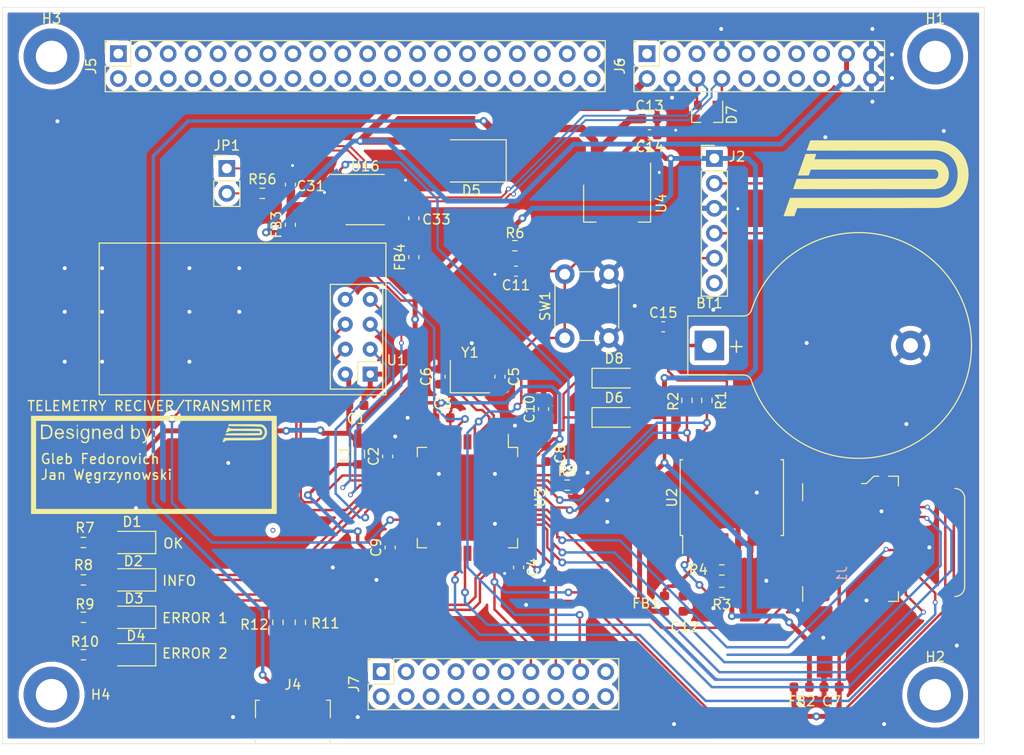
<source format=kicad_pcb>
(kicad_pcb (version 20171130) (host pcbnew "(5.1.4)-1")
  (layers (0 F.Cu signal) (1 In1.Cu signal hide) (2 In2.Cu signal hide) (31 B.Cu signal hide) (34 B.Paste user hide) (35 F.Paste user hide) (36 B.SilkS user hide) (37 F.SilkS user) (38 B.Mask user) (39 F.Mask user) (44 Edge.Cuts user))
  (net 0 "")
  (net 1 GND)
  (net 2 +3V3)
  (net 3 /NRF24_IRQ)
  (net 4 /NRF24_MISO)
  (net 5 /NRF24_MOSI)
  (net 6 /NRF24_SCK)
  (net 7 /NRF24_CSN)
  (net 8 /NRF24_CE)
  (net 9 +BATT)
  (net 10 "Net-(C5-Pad1)")
  (net 11 "Net-(C6-Pad1)")
  (net 12 /SD_card/+3V3_SD)
  (net 13 /NRST)
  (net 14 /+VCC_RTC)
  (net 15 +5VD)
  (net 16 /CAN/+5V_CAN_VDD)
  (net 17 /CAN/+3V3_VIO)
  (net 18 "Net-(D1-Pad2)")
  (net 19 /LED_1)
  (net 20 "Net-(D2-Pad2)")
  (net 21 /LED_2)
  (net 22 "Net-(D3-Pad2)")
  (net 23 /LED_3)
  (net 24 "Net-(D4-Pad2)")
  (net 25 /LED_4)
  (net 26 +5V)
  (net 27 /CAN+)
  (net 28 /CAN-)
  (net 29 /SDMMC1_D1)
  (net 30 /SDMMC1_D0)
  (net 31 /SDMMC1_CK)
  (net 32 /SDMMC1_CMD)
  (net 33 /SDMMC1_D3)
  (net 34 /SDMMC1_D2)
  (net 35 "Net-(J2-Pad6)")
  (net 36 /SW_DIO)
  (net 37 /SW_CLK)
  (net 38 "Net-(J4-Pad4)")
  (net 39 "Net-(J4-Pad3)")
  (net 40 "Net-(J4-Pad2)")
  (net 41 /Przedni_box/SIG_APPS2)
  (net 42 /Przedni_box/TIM_IN1)
  (net 43 /Przedni_box/SIG_APPS1)
  (net 44 /Przedni_box/TIM_IN0)
  (net 45 /Przedni_box/S36)
  (net 46 /Przedni_box/K_OUTPUT2)
  (net 47 /Przedni_box/OVERTRAVEL)
  (net 48 /Przedni_box/K_OUTPUT1)
  (net 49 /Przedni_box/INERTIA)
  (net 50 /Przedni_box/K_OUTPUT0)
  (net 51 /Przedni_box/KILL_LEWY)
  (net 52 /Przedni_box/K_ANALOG0)
  (net 53 /Przedni_box/KILL_PRAWY)
  (net 54 /Przedni_box/S27)
  (net 55 /Przedni_box/KILL_KIERA)
  (net 56 /Przedni_box/S25)
  (net 57 /Przedni_box/TEMP1)
  (net 58 /Przedni_box/S23)
  (net 59 /Przedni_box/WHEELSPEED2)
  (net 60 /Przedni_box/S21)
  (net 61 /Przedni_box/WHEELSPEED1)
  (net 62 /Przedni_box/S19)
  (net 63 /Przedni_box/POT_ZAWIAS2)
  (net 64 /Przedni_box/S17)
  (net 65 /Przedni_box/POT_ZAWIAS_1)
  (net 66 /Przedni_box/S15)
  (net 67 /Przedni_box/BRAKE_PRESSURE2)
  (net 68 "Net-(J5-Pad13)")
  (net 69 /Przedni_box/BRAKE_PRESSURE1)
  (net 70 "Net-(J5-Pad11)")
  (net 71 /Przedni_box/SAFE-OUT)
  (net 72 "Net-(J5-Pad9)")
  (net 73 /Przedni_box/SAFE-IN)
  (net 74 "Net-(J5-Pad7)")
  (net 75 /Przedni_box/BSPD-CURRENT)
  (net 76 "Net-(J5-Pad5)")
  (net 77 /Przedni_box/PITOT2)
  (net 78 "Net-(J5-Pad3)")
  (net 79 /Przedni_box/PITOT1)
  (net 80 "Net-(J5-Pad1)")
  (net 81 "Net-(J6-Pad16)")
  (net 82 "Net-(J6-Pad15)")
  (net 83 /Przedni_box/Z14)
  (net 84 /Przedni_box/Z13)
  (net 85 /Przedni_box/Z12)
  (net 86 /Przedni_box/Z11)
  (net 87 /Przedni_box/Z10)
  (net 88 /Przedni_box/Z9)
  (net 89 /Przedni_box/+24F3)
  (net 90 /Przedni_box/+24F2)
  (net 91 /Przedni_box/+24F1)
  (net 92 "Net-(J7-Pad20)")
  (net 93 "Net-(J7-Pad19)")
  (net 94 "Net-(J7-Pad18)")
  (net 95 "Net-(J7-Pad16)")
  (net 96 "Net-(J7-Pad14)")
  (net 97 /Przedni_box/RST5)
  (net 98 /Przedni_box/RST2)
  (net 99 /Przedni_box/CLK5)
  (net 100 /Przedni_box/CLK2)
  (net 101 /Przedni_box/SWD5)
  (net 102 /Przedni_box/SWD2)
  (net 103 /Przedni_box/RST4)
  (net 104 /Przedni_box/RST1)
  (net 105 /Przedni_box/CLK4)
  (net 106 /Przedni_box/CLK1)
  (net 107 /Przedni_box/SWD4)
  (net 108 /Przedni_box/SWD1)
  (net 109 "Net-(JP1-Pad2)")
  (net 110 /I2C1_SDA)
  (net 111 /I2C1_SCL)
  (net 112 "Net-(R3-Pad2)")
  (net 113 "Net-(R4-Pad2)")
  (net 114 "Net-(R5-Pad1)")
  (net 115 /USB_DP)
  (net 116 /USB_DM)
  (net 117 "Net-(U2-Pad4)")
  (net 118 /CAN_TX)
  (net 119 "Net-(U3-Pad61)")
  (net 120 "Net-(U3-Pad57)")
  (net 121 "Net-(U3-Pad56)")
  (net 122 "Net-(U3-Pad55)")
  (net 123 "Net-(U3-Pad50)")
  (net 124 "Net-(U3-Pad43)")
  (net 125 "Net-(U3-Pad42)")
  (net 126 "Net-(U3-Pad41)")
  (net 127 "Net-(U3-Pad36)")
  (net 128 "Net-(U3-Pad35)")
  (net 129 "Net-(U3-Pad34)")
  (net 130 "Net-(U3-Pad33)")
  (net 131 "Net-(U3-Pad30)")
  (net 132 /CAN_RX)
  (net 133 "Net-(U3-Pad28)")
  (net 134 "Net-(U3-Pad27)")
  (net 135 "Net-(U3-Pad17)")
  (net 136 "Net-(U3-Pad16)")
  (net 137 "Net-(U3-Pad15)")
  (net 138 "Net-(U3-Pad14)")
  (net 139 "Net-(U3-Pad10)")
  (net 140 "Net-(U3-Pad9)")
  (net 141 "Net-(U3-Pad8)")
  (net 142 "Net-(U3-Pad4)")
  (net 143 "Net-(U3-Pad3)")
  (net 144 "Net-(U3-Pad2)")
  (net 145 /+3V3_uC)
  (net 146 /+3V3_Vbatt)
  (module Logos:SignatureBox25mm (layer F.Cu) (at 115.104 102.588)
    (fp_text reference G*** hide)
    (fp_text value LOGO hide)
  )
  (module Logos:PUTM_LOGO_22mm (layer F.Cu) (at 188.104 73.188)
    (fp_text reference G*** hide)
    (fp_text value LOGO hide)
  )
  (module MountingHole:MountingHole_3.2mm_M3_ISO7380_Pad (layer F.Cu) (at 104.704 125.988)
    (fp_text reference H4 (at 5 0) (layer F.SilkS))
    (fp_text value MountingHole)
    (pad 1 thru_hole circle (at 0 0) (size 5.7 5.7) (drill 3.2) (layers *.Cu *.Mask))
  )
  (module MountingHole:MountingHole_3.2mm_M3_ISO7380_Pad (layer F.Cu) (at 104.704 60.988)
    (fp_text reference H3 (at 0 -3.85) (layer F.SilkS))
    (fp_text value MountingHole)
    (pad 1 thru_hole circle (at 0 0) (size 5.7 5.7) (drill 3.2) (layers *.Cu *.Mask))
  )
  (module MountingHole:MountingHole_3.2mm_M3_ISO7380_Pad (layer F.Cu) (at 194.704 125.988)
    (fp_text reference H2 (at 0 -3.85) (layer F.SilkS))
    (fp_text value MountingHole)
    (pad 1 thru_hole circle (at 0 0) (size 5.7 5.7) (drill 3.2) (layers *.Cu *.Mask))
  )
  (module MountingHole:MountingHole_3.2mm_M3_ISO7380_Pad (layer F.Cu) (at 194.704 60.988)
    (fp_text reference H1 (at 0 -3.85) (layer F.SilkS))
    (fp_text value MountingHole)
    (pad 1 thru_hole circle (at 0 0) (size 5.7 5.7) (drill 3.2) (layers *.Cu *.Mask))
  )
  (module Diode_SMD:D_SOD-123 (layer F.Cu) (at 162 93.75)
    (fp_text reference D8 (at 0 -2) (layer F.SilkS))
    (fp_text value D_Schottky)
    (pad 2 smd rect (at 1.65 0) (size 0.9 1.2) (layers F.Cu F.Paste F.Mask) (net 9 +BATT))
    (pad 1 smd rect (at -1.65 0) (size 0.9 1.2) (layers F.Cu F.Paste F.Mask) (net 146 /+3V3_Vbatt))
  )
  (module Diode_SMD:D_SOD-123 (layer F.Cu) (at 162 97.75)
    (fp_text reference D6 (at 0 -2) (layer F.SilkS))
    (fp_text value D_Schottky)
    (pad 2 smd rect (at 1.65 0) (size 0.9 1.2) (layers F.Cu F.Paste F.Mask) (net 2 +3V3))
    (pad 1 smd rect (at -1.65 0) (size 0.9 1.2) (layers F.Cu F.Paste F.Mask) (net 146 /+3V3_Vbatt))
  )
  (module Capacitor_SMD:C_0603_1608Metric (layer F.Cu) (at 154.813 96.901 90)
    (fp_text reference C10 (at 0 -1.43 90) (layer F.SilkS))
    (fp_text value 100nF)
    (pad 2 smd roundrect (at 0.775 0 90) (size 0.9 0.95) (layers F.Cu F.Paste F.Mask) (net 1 GND))
    (pad 1 smd roundrect (at -0.775 0 90) (size 0.9 0.95) (layers F.Cu F.Paste F.Mask) (net 146 /+3V3_Vbatt))
  )
  (module Crystal:Crystal_SMD_3225-4Pin_3.2x2.5mm (layer F.Cu) (at 147.32 93.599)
    (fp_text reference Y1 (at 0 -2.45) (layer F.SilkS))
    (fp_text value "Crystal(100MHZ)?")
    (pad 4 smd rect (at -1.1 -0.85) (size 1.4 1.2) (layers F.Cu F.Paste F.Mask) (net 1 GND))
    (pad 3 smd rect (at 1.1 -0.85) (size 1.4 1.2) (layers F.Cu F.Paste F.Mask) (net 10 "Net-(C5-Pad1)"))
    (pad 2 smd rect (at 1.1 0.85) (size 1.4 1.2) (layers F.Cu F.Paste F.Mask) (net 1 GND))
    (pad 1 smd rect (at -1.1 0.85) (size 1.4 1.2) (layers F.Cu F.Paste F.Mask) (net 11 "Net-(C6-Pad1)"))
  )
  (module LED_SMD:LED_1206_3216Metric (layer F.Cu) (at 113.03 110.49 180)
    (fp_text reference D1 (at 0.126 2.102) (layer F.SilkS))
    (fp_text value LED)
    (pad 2 smd roundrect (at 1.4 0 180) (size 1.25 1.75) (layers F.Cu F.Paste F.Mask) (roundrect_rratio 0.2) (net 18 "Net-(D1-Pad2)"))
    (pad 1 smd roundrect (at -1.4 0 180) (size 1.25 1.75) (layers F.Cu F.Paste F.Mask) (roundrect_rratio 0.2) (net 19 /LED_1))
  )
  (module LED_SMD:LED_1206_3216Metric (layer F.Cu) (at 113.03 114.3 180)
    (fp_text reference D2 (at 0 1.912) (layer F.SilkS))
    (fp_text value LED)
    (pad 2 smd roundrect (at 1.4 0 180) (size 1.25 1.75) (layers F.Cu F.Paste F.Mask) (roundrect_rratio 0.2) (net 20 "Net-(D2-Pad2)"))
    (pad 1 smd roundrect (at -1.4 0 180) (size 1.25 1.75) (layers F.Cu F.Paste F.Mask) (roundrect_rratio 0.2) (net 21 /LED_2))
  )
  (module LED_SMD:LED_1206_3216Metric (layer F.Cu) (at 113.03 118.11 180)
    (fp_text reference D3 (at -0.074 1.922) (layer F.SilkS))
    (fp_text value LED)
    (pad 2 smd roundrect (at 1.4 0 180) (size 1.25 1.75) (layers F.Cu F.Paste F.Mask) (roundrect_rratio 0.2) (net 22 "Net-(D3-Pad2)"))
    (pad 1 smd roundrect (at -1.4 0 180) (size 1.25 1.75) (layers F.Cu F.Paste F.Mask) (roundrect_rratio 0.2) (net 23 /LED_3))
  )
  (module LED_SMD:LED_1206_3216Metric (layer F.Cu) (at 113.03 121.92 180)
    (fp_text reference D4 (at -0.274 1.932) (layer F.SilkS))
    (fp_text value LED)
    (pad 2 smd roundrect (at 1.4 0 180) (size 1.25 1.75) (layers F.Cu F.Paste F.Mask) (roundrect_rratio 0.2) (net 24 "Net-(D4-Pad2)"))
    (pad 1 smd roundrect (at -1.4 0 180) (size 1.25 1.75) (layers F.Cu F.Paste F.Mask) (roundrect_rratio 0.2) (net 25 /LED_4))
  )
  (module Resistor_SMD:R_0603_1608Metric (layer F.Cu) (at 107.95 121.92 180)
    (fp_text reference R10 (at -0.154 1.332) (layer F.SilkS))
    (fp_text value 470R)
    (pad 2 smd roundrect (at 0.825 0 180) (size 0.8 0.95) (layers F.Cu F.Paste F.Mask) (net 2 +3V3))
    (pad 1 smd roundrect (at -0.825 0 180) (size 0.8 0.95) (layers F.Cu F.Paste F.Mask) (net 24 "Net-(D4-Pad2)"))
  )
  (module Resistor_SMD:R_0603_1608Metric (layer F.Cu) (at 107.95 118.11 180)
    (fp_text reference R9 (at -0.154 1.322) (layer F.SilkS))
    (fp_text value 470R)
    (pad 2 smd roundrect (at 0.825 0 180) (size 0.8 0.95) (layers F.Cu F.Paste F.Mask) (net 2 +3V3))
    (pad 1 smd roundrect (at -0.825 0 180) (size 0.8 0.95) (layers F.Cu F.Paste F.Mask) (net 22 "Net-(D3-Pad2)"))
  )
  (module Resistor_SMD:R_0603_1608Metric (layer F.Cu) (at 107.95 114.3 180)
    (fp_text reference R8 (at 0 1.512) (layer F.SilkS))
    (fp_text value 470R)
    (pad 2 smd roundrect (at 0.825 0 180) (size 0.8 0.95) (layers F.Cu F.Paste F.Mask) (net 2 +3V3))
    (pad 1 smd roundrect (at -0.825 0 180) (size 0.8 0.95) (layers F.Cu F.Paste F.Mask) (net 20 "Net-(D2-Pad2)"))
  )
  (module Resistor_SMD:R_0603_1608Metric (layer F.Cu) (at 107.95 110.49 180)
    (fp_text reference R7 (at -0.154 1.502) (layer F.SilkS))
    (fp_text value 470R)
    (pad 2 smd roundrect (at 0.825 0 180) (size 0.8 0.95) (layers F.Cu F.Paste F.Mask) (net 2 +3V3))
    (pad 1 smd roundrect (at -0.825 0 180) (size 0.8 0.95) (layers F.Cu F.Paste F.Mask) (net 18 "Net-(D1-Pad2)"))
  )
  (module Connector_PinSocket_2.54mm:PinSocket_2x10_P2.54mm_Vertical (layer F.Cu) (at 138.284 123.648 90)
    (fp_text reference J7 (at -1.27 -2.77 90) (layer F.SilkS))
    (fp_text value Diagnostyka)
    (pad 20 thru_hole oval (at -2.54 22.86 90) (size 1.7 1.7) (drill 1) (layers *.Cu *.Mask) (net 92 "Net-(J7-Pad20)"))
    (pad 19 thru_hole oval (at 0 22.86 90) (size 1.7 1.7) (drill 1) (layers *.Cu *.Mask) (net 93 "Net-(J7-Pad19)"))
    (pad 18 thru_hole oval (at -2.54 20.32 90) (size 1.7 1.7) (drill 1) (layers *.Cu *.Mask) (net 94 "Net-(J7-Pad18)"))
    (pad 17 thru_hole oval (at 0 20.32 90) (size 1.7 1.7) (drill 1) (layers *.Cu *.Mask) (net 13 /NRST))
    (pad 16 thru_hole oval (at -2.54 17.78 90) (size 1.7 1.7) (drill 1) (layers *.Cu *.Mask) (net 95 "Net-(J7-Pad16)"))
    (pad 15 thru_hole oval (at 0 17.78 90) (size 1.7 1.7) (drill 1) (layers *.Cu *.Mask) (net 37 /SW_CLK))
    (pad 14 thru_hole oval (at -2.54 15.24 90) (size 1.7 1.7) (drill 1) (layers *.Cu *.Mask) (net 96 "Net-(J7-Pad14)"))
    (pad 13 thru_hole oval (at 0 15.24 90) (size 1.7 1.7) (drill 1) (layers *.Cu *.Mask) (net 36 /SW_DIO))
    (pad 12 thru_hole oval (at -2.54 12.7 90) (size 1.7 1.7) (drill 1) (layers *.Cu *.Mask) (net 97 /Przedni_box/RST5))
    (pad 11 thru_hole oval (at 0 12.7 90) (size 1.7 1.7) (drill 1) (layers *.Cu *.Mask) (net 98 /Przedni_box/RST2))
    (pad 10 thru_hole oval (at -2.54 10.16 90) (size 1.7 1.7) (drill 1) (layers *.Cu *.Mask) (net 99 /Przedni_box/CLK5))
    (pad 9 thru_hole oval (at 0 10.16 90) (size 1.7 1.7) (drill 1) (layers *.Cu *.Mask) (net 100 /Przedni_box/CLK2))
    (pad 8 thru_hole oval (at -2.54 7.62 90) (size 1.7 1.7) (drill 1) (layers *.Cu *.Mask) (net 101 /Przedni_box/SWD5))
    (pad 7 thru_hole oval (at 0 7.62 90) (size 1.7 1.7) (drill 1) (layers *.Cu *.Mask) (net 102 /Przedni_box/SWD2))
    (pad 6 thru_hole oval (at -2.54 5.08 90) (size 1.7 1.7) (drill 1) (layers *.Cu *.Mask) (net 103 /Przedni_box/RST4))
    (pad 5 thru_hole oval (at 0 5.08 90) (size 1.7 1.7) (drill 1) (layers *.Cu *.Mask) (net 104 /Przedni_box/RST1))
    (pad 4 thru_hole oval (at -2.54 2.54 90) (size 1.7 1.7) (drill 1) (layers *.Cu *.Mask) (net 105 /Przedni_box/CLK4))
    (pad 3 thru_hole oval (at 0 2.54 90) (size 1.7 1.7) (drill 1) (layers *.Cu *.Mask) (net 106 /Przedni_box/CLK1))
    (pad 2 thru_hole oval (at -2.54 0 90) (size 1.7 1.7) (drill 1) (layers *.Cu *.Mask) (net 107 /Przedni_box/SWD4))
    (pad 1 thru_hole rect (at 0 0 90) (size 1.7 1.7) (drill 1) (layers *.Cu *.Mask) (net 108 /Przedni_box/SWD1))
  )
  (module Package_SO:SOIC-8_3.9x4.9mm_P1.27mm (layer F.Cu) (at 136.652 75.565)
    (fp_text reference U16 (at 0 -3.4) (layer F.SilkS))
    (fp_text value ATA6561-GAQW-N)
    (pad 8 smd roundrect (at 2.475 -1.905) (size 1.95 0.6) (layers F.Cu F.Paste F.Mask) (net 1 GND))
    (pad 7 smd roundrect (at 2.475 -0.635) (size 1.95 0.6) (layers F.Cu F.Paste F.Mask) (net 27 /CAN+))
    (pad 6 smd roundrect (at 2.475 0.635) (size 1.95 0.6) (layers F.Cu F.Paste F.Mask) (net 28 /CAN-))
    (pad 5 smd roundrect (at 2.475 1.905) (size 1.95 0.6) (layers F.Cu F.Paste F.Mask) (net 17 /CAN/+3V3_VIO))
    (pad 4 smd roundrect (at -2.475 1.905) (size 1.95 0.6) (layers F.Cu F.Paste F.Mask) (net 132 /CAN_RX))
    (pad 3 smd roundrect (at -2.475 0.635) (size 1.95 0.6) (layers F.Cu F.Paste F.Mask) (net 16 /CAN/+5V_CAN_VDD))
    (pad 2 smd roundrect (at -2.475 -0.635) (size 1.95 0.6) (layers F.Cu F.Paste F.Mask) (net 1 GND))
    (pad 1 smd roundrect (at -2.475 -1.905) (size 1.95 0.6) (layers F.Cu F.Paste F.Mask) (net 118 /CAN_TX))
  )
  (module Package_TO_SOT_SMD:SOT-223 (layer F.Cu) (at 162.306 75.946 270)
    (fp_text reference U4 (at 0 -4.5 90) (layer F.SilkS))
    (fp_text value LM1117-3.3)
    (pad 1 smd rect (at -3.15 -2.3 270) (size 2 1.5) (layers F.Cu F.Paste F.Mask) (net 1 GND))
    (pad 3 smd rect (at -3.15 2.3 270) (size 2 1.5) (layers F.Cu F.Paste F.Mask) (net 15 +5VD))
    (pad 2 smd rect (at -3.15 0 270) (size 2 1.5) (layers F.Cu F.Paste F.Mask) (net 2 +3V3))
    (pad 4 smd rect (at 3.15 0 270) (size 2 3.8) (layers F.Cu F.Paste F.Mask))
  )
  (module Package_QFP:LQFP-64_10x10mm_P0.5mm (layer F.Cu) (at 147.066 105.918 270)
    (fp_text reference U3 (at 0 -7.4 90) (layer F.SilkS))
    (fp_text value STM32L4P5RET6)
    (pad 64 smd roundrect (at -3.75 -5.675 270) (size 0.3 1.55) (layers F.Cu F.Paste F.Mask) (net 145 /+3V3_uC))
    (pad 63 smd roundrect (at -3.25 -5.675 270) (size 0.3 1.55) (layers F.Cu F.Paste F.Mask) (net 1 GND))
    (pad 62 smd roundrect (at -2.75 -5.675 270) (size 0.3 1.55) (layers F.Cu F.Paste F.Mask) (net 118 /CAN_TX))
    (pad 61 smd roundrect (at -2.25 -5.675 270) (size 0.3 1.55) (layers F.Cu F.Paste F.Mask) (net 119 "Net-(U3-Pad61)"))
    (pad 60 smd roundrect (at -1.75 -5.675 270) (size 0.3 1.55) (layers F.Cu F.Paste F.Mask) (net 114 "Net-(R5-Pad1)"))
    (pad 59 smd roundrect (at -1.25 -5.675 270) (size 0.3 1.55) (layers F.Cu F.Paste F.Mask) (net 110 /I2C1_SDA))
    (pad 58 smd roundrect (at -0.75 -5.675 270) (size 0.3 1.55) (layers F.Cu F.Paste F.Mask) (net 111 /I2C1_SCL))
    (pad 57 smd roundrect (at -0.25 -5.675 270) (size 0.3 1.55) (layers F.Cu F.Paste F.Mask) (net 120 "Net-(U3-Pad57)"))
    (pad 56 smd roundrect (at 0.25 -5.675 270) (size 0.3 1.55) (layers F.Cu F.Paste F.Mask) (net 121 "Net-(U3-Pad56)"))
    (pad 55 smd roundrect (at 0.75 -5.675 270) (size 0.3 1.55) (layers F.Cu F.Paste F.Mask) (net 122 "Net-(U3-Pad55)"))
    (pad 54 smd roundrect (at 1.25 -5.675 270) (size 0.3 1.55) (layers F.Cu F.Paste F.Mask) (net 32 /SDMMC1_CMD))
    (pad 53 smd roundrect (at 1.75 -5.675 270) (size 0.3 1.55) (layers F.Cu F.Paste F.Mask) (net 31 /SDMMC1_CK))
    (pad 52 smd roundrect (at 2.25 -5.675 270) (size 0.3 1.55) (layers F.Cu F.Paste F.Mask) (net 33 /SDMMC1_D3))
    (pad 51 smd roundrect (at 2.75 -5.675 270) (size 0.3 1.55) (layers F.Cu F.Paste F.Mask) (net 34 /SDMMC1_D2))
    (pad 50 smd roundrect (at 3.25 -5.675 270) (size 0.3 1.55) (layers F.Cu F.Paste F.Mask) (net 123 "Net-(U3-Pad50)"))
    (pad 49 smd roundrect (at 3.75 -5.675 270) (size 0.3 1.55) (layers F.Cu F.Paste F.Mask) (net 37 /SW_CLK))
    (pad 48 smd roundrect (at 5.675 -3.75 270) (size 1.55 0.3) (layers F.Cu F.Paste F.Mask) (net 145 /+3V3_uC))
    (pad 47 smd roundrect (at 5.675 -3.25 270) (size 1.55 0.3) (layers F.Cu F.Paste F.Mask) (net 1 GND))
    (pad 46 smd roundrect (at 5.675 -2.75 270) (size 1.55 0.3) (layers F.Cu F.Paste F.Mask) (net 36 /SW_DIO))
    (pad 45 smd roundrect (at 5.675 -2.25 270) (size 1.55 0.3) (layers F.Cu F.Paste F.Mask) (net 115 /USB_DP))
    (pad 44 smd roundrect (at 5.675 -1.75 270) (size 1.55 0.3) (layers F.Cu F.Paste F.Mask) (net 116 /USB_DM))
    (pad 43 smd roundrect (at 5.675 -1.25 270) (size 1.55 0.3) (layers F.Cu F.Paste F.Mask) (net 124 "Net-(U3-Pad43)"))
    (pad 42 smd roundrect (at 5.675 -0.75 270) (size 1.55 0.3) (layers F.Cu F.Paste F.Mask) (net 125 "Net-(U3-Pad42)"))
    (pad 41 smd roundrect (at 5.675 -0.25 270) (size 1.55 0.3) (layers F.Cu F.Paste F.Mask) (net 126 "Net-(U3-Pad41)"))
    (pad 40 smd roundrect (at 5.675 0.25 270) (size 1.55 0.3) (layers F.Cu F.Paste F.Mask) (net 29 /SDMMC1_D1))
    (pad 39 smd roundrect (at 5.675 0.75 270) (size 1.55 0.3) (layers F.Cu F.Paste F.Mask) (net 30 /SDMMC1_D0))
    (pad 38 smd roundrect (at 5.675 1.25 270) (size 1.55 0.3) (layers F.Cu F.Paste F.Mask) (net 25 /LED_4))
    (pad 37 smd roundrect (at 5.675 1.75 270) (size 1.55 0.3) (layers F.Cu F.Paste F.Mask) (net 23 /LED_3))
    (pad 36 smd roundrect (at 5.675 2.25 270) (size 1.55 0.3) (layers F.Cu F.Paste F.Mask) (net 127 "Net-(U3-Pad36)"))
    (pad 35 smd roundrect (at 5.675 2.75 270) (size 1.55 0.3) (layers F.Cu F.Paste F.Mask) (net 128 "Net-(U3-Pad35)"))
    (pad 34 smd roundrect (at 5.675 3.25 270) (size 1.55 0.3) (layers F.Cu F.Paste F.Mask) (net 129 "Net-(U3-Pad34)"))
    (pad 33 smd roundrect (at 5.675 3.75 270) (size 1.55 0.3) (layers F.Cu F.Paste F.Mask) (net 130 "Net-(U3-Pad33)"))
    (pad 32 smd roundrect (at 3.75 5.675 270) (size 0.3 1.55) (layers F.Cu F.Paste F.Mask) (net 145 /+3V3_uC))
    (pad 31 smd roundrect (at 3.25 5.675 270) (size 0.3 1.55) (layers F.Cu F.Paste F.Mask) (net 1 GND))
    (pad 30 smd roundrect (at 2.75 5.675 270) (size 0.3 1.55) (layers F.Cu F.Paste F.Mask) (net 131 "Net-(U3-Pad30)"))
    (pad 29 smd roundrect (at 2.25 5.675 270) (size 0.3 1.55) (layers F.Cu F.Paste F.Mask) (net 132 /CAN_RX))
    (pad 28 smd roundrect (at 1.75 5.675 270) (size 0.3 1.55) (layers F.Cu F.Paste F.Mask) (net 133 "Net-(U3-Pad28)"))
    (pad 27 smd roundrect (at 1.25 5.675 270) (size 0.3 1.55) (layers F.Cu F.Paste F.Mask) (net 134 "Net-(U3-Pad27)"))
    (pad 26 smd roundrect (at 0.75 5.675 270) (size 0.3 1.55) (layers F.Cu F.Paste F.Mask) (net 8 /NRF24_CE))
    (pad 25 smd roundrect (at 0.25 5.675 270) (size 0.3 1.55) (layers F.Cu F.Paste F.Mask) (net 21 /LED_2))
    (pad 24 smd roundrect (at -0.25 5.675 270) (size 0.3 1.55) (layers F.Cu F.Paste F.Mask) (net 19 /LED_1))
    (pad 23 smd roundrect (at -0.75 5.675 270) (size 0.3 1.55) (layers F.Cu F.Paste F.Mask) (net 5 /NRF24_MOSI))
    (pad 22 smd roundrect (at -1.25 5.675 270) (size 0.3 1.55) (layers F.Cu F.Paste F.Mask) (net 4 /NRF24_MISO))
    (pad 21 smd roundrect (at -1.75 5.675 270) (size 0.3 1.55) (layers F.Cu F.Paste F.Mask) (net 6 /NRF24_SCK))
    (pad 20 smd roundrect (at -2.25 5.675 270) (size 0.3 1.55) (layers F.Cu F.Paste F.Mask) (net 7 /NRF24_CSN))
    (pad 19 smd roundrect (at -2.75 5.675 270) (size 0.3 1.55) (layers F.Cu F.Paste F.Mask) (net 145 /+3V3_uC))
    (pad 18 smd roundrect (at -3.25 5.675 270) (size 0.3 1.55) (layers F.Cu F.Paste F.Mask) (net 1 GND))
    (pad 17 smd roundrect (at -3.75 5.675 270) (size 0.3 1.55) (layers F.Cu F.Paste F.Mask) (net 135 "Net-(U3-Pad17)"))
    (pad 16 smd roundrect (at -5.675 3.75 270) (size 1.55 0.3) (layers F.Cu F.Paste F.Mask) (net 136 "Net-(U3-Pad16)"))
    (pad 15 smd roundrect (at -5.675 3.25 270) (size 1.55 0.3) (layers F.Cu F.Paste F.Mask) (net 137 "Net-(U3-Pad15)"))
    (pad 14 smd roundrect (at -5.675 2.75 270) (size 1.55 0.3) (layers F.Cu F.Paste F.Mask) (net 138 "Net-(U3-Pad14)"))
    (pad 13 smd roundrect (at -5.675 2.25 270) (size 1.55 0.3) (layers F.Cu F.Paste F.Mask) (net 145 /+3V3_uC))
    (pad 12 smd roundrect (at -5.675 1.75 270) (size 1.55 0.3) (layers F.Cu F.Paste F.Mask) (net 1 GND))
    (pad 11 smd roundrect (at -5.675 1.25 270) (size 1.55 0.3) (layers F.Cu F.Paste F.Mask) (net 3 /NRF24_IRQ))
    (pad 10 smd roundrect (at -5.675 0.75 270) (size 1.55 0.3) (layers F.Cu F.Paste F.Mask) (net 139 "Net-(U3-Pad10)"))
    (pad 9 smd roundrect (at -5.675 0.25 270) (size 1.55 0.3) (layers F.Cu F.Paste F.Mask) (net 140 "Net-(U3-Pad9)"))
    (pad 8 smd roundrect (at -5.675 -0.25 270) (size 1.55 0.3) (layers F.Cu F.Paste F.Mask) (net 141 "Net-(U3-Pad8)"))
    (pad 7 smd roundrect (at -5.675 -0.75 270) (size 1.55 0.3) (layers F.Cu F.Paste F.Mask) (net 13 /NRST))
    (pad 6 smd roundrect (at -5.675 -1.25 270) (size 1.55 0.3) (layers F.Cu F.Paste F.Mask) (net 11 "Net-(C6-Pad1)"))
    (pad 5 smd roundrect (at -5.675 -1.75 270) (size 1.55 0.3) (layers F.Cu F.Paste F.Mask) (net 10 "Net-(C5-Pad1)"))
    (pad 4 smd roundrect (at -5.675 -2.25 270) (size 1.55 0.3) (layers F.Cu F.Paste F.Mask) (net 142 "Net-(U3-Pad4)"))
    (pad 3 smd roundrect (at -5.675 -2.75 270) (size 1.55 0.3) (layers F.Cu F.Paste F.Mask) (net 143 "Net-(U3-Pad3)"))
    (pad 2 smd roundrect (at -5.675 -3.25 270) (size 1.55 0.3) (layers F.Cu F.Paste F.Mask) (net 144 "Net-(U3-Pad2)"))
    (pad 1 smd roundrect (at -5.675 -3.75 270) (size 1.55 0.3) (layers F.Cu F.Paste F.Mask) (net 146 /+3V3_Vbatt))
  )
  (module Package_SO:SOIC-16W_7.5x10.3mm_P1.27mm (layer F.Cu) (at 173.99 105.918 90)
    (fp_text reference U2 (at 0 -6.1 90) (layer F.SilkS))
    (fp_text value DS3231M)
    (pad 16 smd roundrect (at 4.65 -4.445 90) (size 2.05 0.6) (layers F.Cu F.Paste F.Mask) (net 111 /I2C1_SCL))
    (pad 15 smd roundrect (at 4.65 -3.175 90) (size 2.05 0.6) (layers F.Cu F.Paste F.Mask) (net 110 /I2C1_SDA))
    (pad 14 smd roundrect (at 4.65 -1.905 90) (size 2.05 0.6) (layers F.Cu F.Paste F.Mask) (net 9 +BATT))
    (pad 13 smd roundrect (at 4.65 -0.635 90) (size 2.05 0.6) (layers F.Cu F.Paste F.Mask) (net 1 GND))
    (pad 12 smd roundrect (at 4.65 0.635 90) (size 2.05 0.6) (layers F.Cu F.Paste F.Mask) (net 1 GND))
    (pad 11 smd roundrect (at 4.65 1.905 90) (size 2.05 0.6) (layers F.Cu F.Paste F.Mask) (net 1 GND))
    (pad 10 smd roundrect (at 4.65 3.175 90) (size 2.05 0.6) (layers F.Cu F.Paste F.Mask) (net 1 GND))
    (pad 9 smd roundrect (at 4.65 4.445 90) (size 2.05 0.6) (layers F.Cu F.Paste F.Mask) (net 1 GND))
    (pad 8 smd roundrect (at -4.65 4.445 90) (size 2.05 0.6) (layers F.Cu F.Paste F.Mask) (net 1 GND))
    (pad 7 smd roundrect (at -4.65 3.175 90) (size 2.05 0.6) (layers F.Cu F.Paste F.Mask) (net 1 GND))
    (pad 6 smd roundrect (at -4.65 1.905 90) (size 2.05 0.6) (layers F.Cu F.Paste F.Mask) (net 1 GND))
    (pad 5 smd roundrect (at -4.65 0.635 90) (size 2.05 0.6) (layers F.Cu F.Paste F.Mask) (net 1 GND))
    (pad 4 smd roundrect (at -4.65 -0.635 90) (size 2.05 0.6) (layers F.Cu F.Paste F.Mask) (net 117 "Net-(U2-Pad4)"))
    (pad 3 smd roundrect (at -4.65 -1.905 90) (size 2.05 0.6) (layers F.Cu F.Paste F.Mask) (net 113 "Net-(R4-Pad2)"))
    (pad 2 smd roundrect (at -4.65 -3.175 90) (size 2.05 0.6) (layers F.Cu F.Paste F.Mask) (net 14 /+VCC_RTC))
    (pad 1 smd roundrect (at -4.65 -4.445 90) (size 2.05 0.6) (layers F.Cu F.Paste F.Mask) (net 112 "Net-(R3-Pad2)"))
  )
  (module Button_Switch_THT:SW_PUSH_6mm (layer F.Cu) (at 156.972 89.662 90)
    (fp_text reference SW1 (at 3.25 -2 90) (layer F.SilkS))
    (fp_text value SW_Push)
    (pad 1 thru_hole circle (at 6.5 0 180) (size 2 2) (drill 1.1) (layers *.Cu *.Mask) (net 13 /NRST))
    (pad 2 thru_hole circle (at 6.5 4.5 180) (size 2 2) (drill 1.1) (layers *.Cu *.Mask) (net 1 GND))
    (pad 1 thru_hole circle (at 0 0 180) (size 2 2) (drill 1.1) (layers *.Cu *.Mask) (net 13 /NRST))
    (pad 2 thru_hole circle (at 0 4.5 180) (size 2 2) (drill 1.1) (layers *.Cu *.Mask) (net 1 GND))
  )
  (module Resistor_SMD:R_0603_1608Metric (layer F.Cu) (at 126.175 74.93)
    (fp_text reference R56 (at 0 -1.43) (layer F.SilkS))
    (fp_text value 120R)
    (pad 2 smd roundrect (at 0.825 0) (size 0.8 0.95) (layers F.Cu F.Paste F.Mask) (net 28 /CAN-))
    (pad 1 smd roundrect (at -0.825 0) (size 0.8 0.95) (layers F.Cu F.Paste F.Mask) (net 109 "Net-(JP1-Pad2)"))
  )
  (module Resistor_SMD:R_0603_1608Metric (layer F.Cu) (at 127.762 118.618 90)
    (fp_text reference R12 (at -0.235 -2.404 180) (layer F.SilkS))
    (fp_text value 30R)
    (pad 2 smd roundrect (at 0.825 0 90) (size 0.8 0.95) (layers F.Cu F.Paste F.Mask) (net 116 /USB_DM))
    (pad 1 smd roundrect (at -0.825 0 90) (size 0.8 0.95) (layers F.Cu F.Paste F.Mask) (net 40 "Net-(J4-Pad2)"))
  )
  (module Resistor_SMD:R_0603_1608Metric (layer F.Cu) (at 130.048 118.618 90)
    (fp_text reference R11 (at -0.108 2.549 180) (layer F.SilkS))
    (fp_text value 30R)
    (pad 2 smd roundrect (at 0.825 0 90) (size 0.8 0.95) (layers F.Cu F.Paste F.Mask) (net 115 /USB_DP))
    (pad 1 smd roundrect (at -0.825 0 90) (size 0.8 0.95) (layers F.Cu F.Paste F.Mask) (net 39 "Net-(J4-Pad3)"))
  )
  (module Resistor_SMD:R_0603_1608Metric (layer F.Cu) (at 151.892 80.264 180)
    (fp_text reference R6 (at -0.009 1.289) (layer F.SilkS))
    (fp_text value 100kR)
    (pad 2 smd roundrect (at 0.825 0 180) (size 0.8 0.95) (layers F.Cu F.Paste F.Mask) (net 2 +3V3))
    (pad 1 smd roundrect (at -0.825 0 180) (size 0.8 0.95) (layers F.Cu F.Paste F.Mask) (net 13 /NRST))
  )
  (module Resistor_SMD:R_0603_1608Metric (layer F.Cu) (at 157.226 104.648)
    (fp_text reference R5 (at 0 -1.43) (layer F.SilkS))
    (fp_text value 100kR)
    (pad 2 smd roundrect (at 0.825 0) (size 0.8 0.95) (layers F.Cu F.Paste F.Mask) (net 1 GND))
    (pad 1 smd roundrect (at -0.825 0) (size 0.8 0.95) (layers F.Cu F.Paste F.Mask) (net 114 "Net-(R5-Pad1)"))
  )
  (module Resistor_SMD:R_0603_1608Metric (layer F.Cu) (at 172.974 113.284 180)
    (fp_text reference R4 (at 2.404 0.019) (layer F.SilkS))
    (fp_text value 10kR)
    (pad 2 smd roundrect (at 0.825 0 180) (size 0.8 0.95) (layers F.Cu F.Paste F.Mask) (net 113 "Net-(R4-Pad2)"))
    (pad 1 smd roundrect (at -0.825 0 180) (size 0.8 0.95) (layers F.Cu F.Paste F.Mask) (net 2 +3V3))
  )
  (module Resistor_SMD:R_0603_1608Metric (layer F.Cu) (at 172.974 115.57 180)
    (fp_text reference R3 (at 0 -1.251) (layer F.SilkS))
    (fp_text value 10kR)
    (pad 2 smd roundrect (at 0.825 0 180) (size 0.8 0.95) (layers F.Cu F.Paste F.Mask) (net 112 "Net-(R3-Pad2)"))
    (pad 1 smd roundrect (at -0.825 0 180) (size 0.8 0.95) (layers F.Cu F.Paste F.Mask) (net 2 +3V3))
  )
  (module Resistor_SMD:R_0603_1608Metric (layer F.Cu) (at 169.418 96.012 270)
    (fp_text reference R2 (at 0.108 1.388 90) (layer F.SilkS))
    (fp_text value 4.7kR)
    (pad 2 smd roundrect (at 0.825 0 270) (size 0.8 0.95) (layers F.Cu F.Paste F.Mask) (net 111 /I2C1_SCL))
    (pad 1 smd roundrect (at -0.825 0 270) (size 0.8 0.95) (layers F.Cu F.Paste F.Mask) (net 2 +3V3))
  )
  (module Resistor_SMD:R_0603_1608Metric (layer F.Cu) (at 171.45 96.012 270)
    (fp_text reference R1 (at 0 -1.43 90) (layer F.SilkS))
    (fp_text value 4.7kR)
    (pad 2 smd roundrect (at 0.825 0 270) (size 0.8 0.95) (layers F.Cu F.Paste F.Mask) (net 110 /I2C1_SDA))
    (pad 1 smd roundrect (at -0.825 0 270) (size 0.8 0.95) (layers F.Cu F.Paste F.Mask) (net 2 +3V3))
  )
  (module Inductor_SMD:L_0805_2012Metric (layer F.Cu) (at 136.017 101.473 270)
    (fp_text reference L1 (at 0 1.515 90) (layer F.SilkS))
    (fp_text value 10uH)
    (pad 2 smd roundrect (at 1.0625 0 270) (size 0.875 1.2) (layers F.Cu F.Paste F.Mask) (net 145 /+3V3_uC))
    (pad 1 smd roundrect (at -1.0625 0 270) (size 0.875 1.2) (layers F.Cu F.Paste F.Mask) (net 2 +3V3))
  )
  (module Connector_PinHeader_2.54mm:PinHeader_1x02_P2.54mm_Vertical (layer F.Cu) (at 122.555 72.39)
    (fp_text reference JP1 (at 0 -2.33) (layer F.SilkS))
    (fp_text value CAN_termination_jumper)
    (pad 2 thru_hole oval (at 0 2.54) (size 1.7 1.7) (drill 1) (layers *.Cu *.Mask) (net 109 "Net-(JP1-Pad2)"))
    (pad 1 thru_hole rect (at 0 0) (size 1.7 1.7) (drill 1) (layers *.Cu *.Mask) (net 27 /CAN+))
  )
  (module Connector_PinSocket_2.54mm:PinSocket_2x10_P2.54mm_Vertical (layer F.Cu) (at 165.354 60.706 90)
    (fp_text reference J6 (at -1.27 -2.77 90) (layer F.SilkS))
    (fp_text value Zasilanie+CAN)
    (pad 20 thru_hole oval (at -2.54 22.86 90) (size 1.7 1.7) (drill 1) (layers *.Cu *.Mask) (net 1 GND))
    (pad 19 thru_hole oval (at 0 22.86 90) (size 1.7 1.7) (drill 1) (layers *.Cu *.Mask) (net 1 GND))
    (pad 18 thru_hole oval (at -2.54 20.32 90) (size 1.7 1.7) (drill 1) (layers *.Cu *.Mask) (net 26 +5V))
    (pad 17 thru_hole oval (at 0 20.32 90) (size 1.7 1.7) (drill 1) (layers *.Cu *.Mask) (net 26 +5V))
    (pad 16 thru_hole oval (at -2.54 17.78 90) (size 1.7 1.7) (drill 1) (layers *.Cu *.Mask) (net 81 "Net-(J6-Pad16)"))
    (pad 15 thru_hole oval (at 0 17.78 90) (size 1.7 1.7) (drill 1) (layers *.Cu *.Mask) (net 82 "Net-(J6-Pad15)"))
    (pad 14 thru_hole oval (at -2.54 15.24 90) (size 1.7 1.7) (drill 1) (layers *.Cu *.Mask) (net 83 /Przedni_box/Z14))
    (pad 13 thru_hole oval (at 0 15.24 90) (size 1.7 1.7) (drill 1) (layers *.Cu *.Mask) (net 84 /Przedni_box/Z13))
    (pad 12 thru_hole oval (at -2.54 12.7 90) (size 1.7 1.7) (drill 1) (layers *.Cu *.Mask) (net 85 /Przedni_box/Z12))
    (pad 11 thru_hole oval (at 0 12.7 90) (size 1.7 1.7) (drill 1) (layers *.Cu *.Mask) (net 86 /Przedni_box/Z11))
    (pad 10 thru_hole oval (at -2.54 10.16 90) (size 1.7 1.7) (drill 1) (layers *.Cu *.Mask) (net 87 /Przedni_box/Z10))
    (pad 9 thru_hole oval (at 0 10.16 90) (size 1.7 1.7) (drill 1) (layers *.Cu *.Mask) (net 88 /Przedni_box/Z9))
    (pad 8 thru_hole oval (at -2.54 7.62 90) (size 1.7 1.7) (drill 1) (layers *.Cu *.Mask) (net 28 /CAN-))
    (pad 7 thru_hole oval (at 0 7.62 90) (size 1.7 1.7) (drill 1) (layers *.Cu *.Mask) (net 1 GND))
    (pad 6 thru_hole oval (at -2.54 5.08 90) (size 1.7 1.7) (drill 1) (layers *.Cu *.Mask) (net 27 /CAN+))
    (pad 5 thru_hole oval (at 0 5.08 90) (size 1.7 1.7) (drill 1) (layers *.Cu *.Mask) (net 89 /Przedni_box/+24F3))
    (pad 4 thru_hole oval (at -2.54 2.54 90) (size 1.7 1.7) (drill 1) (layers *.Cu *.Mask) (net 1 GND))
    (pad 3 thru_hole oval (at 0 2.54 90) (size 1.7 1.7) (drill 1) (layers *.Cu *.Mask) (net 90 /Przedni_box/+24F2))
    (pad 2 thru_hole oval (at -2.54 0 90) (size 1.7 1.7) (drill 1) (layers *.Cu *.Mask) (net 26 +5V))
    (pad 1 thru_hole rect (at 0 0 90) (size 1.7 1.7) (drill 1) (layers *.Cu *.Mask) (net 91 /Przedni_box/+24F1))
  )
  (module Connector_PinSocket_2.54mm:PinSocket_2x20_P2.54mm_Vertical (layer F.Cu) (at 111.506 60.706 90)
    (fp_text reference J5 (at -1.27 -2.77 90) (layer F.SilkS))
    (fp_text value Sygnały)
    (pad 40 thru_hole oval (at -2.54 48.26 90) (size 1.7 1.7) (drill 1) (layers *.Cu *.Mask) (net 41 /Przedni_box/SIG_APPS2))
    (pad 39 thru_hole oval (at 0 48.26 90) (size 1.7 1.7) (drill 1) (layers *.Cu *.Mask) (net 42 /Przedni_box/TIM_IN1))
    (pad 38 thru_hole oval (at -2.54 45.72 90) (size 1.7 1.7) (drill 1) (layers *.Cu *.Mask) (net 43 /Przedni_box/SIG_APPS1))
    (pad 37 thru_hole oval (at 0 45.72 90) (size 1.7 1.7) (drill 1) (layers *.Cu *.Mask) (net 44 /Przedni_box/TIM_IN0))
    (pad 36 thru_hole oval (at -2.54 43.18 90) (size 1.7 1.7) (drill 1) (layers *.Cu *.Mask) (net 45 /Przedni_box/S36))
    (pad 35 thru_hole oval (at 0 43.18 90) (size 1.7 1.7) (drill 1) (layers *.Cu *.Mask) (net 46 /Przedni_box/K_OUTPUT2))
    (pad 34 thru_hole oval (at -2.54 40.64 90) (size 1.7 1.7) (drill 1) (layers *.Cu *.Mask) (net 47 /Przedni_box/OVERTRAVEL))
    (pad 33 thru_hole oval (at 0 40.64 90) (size 1.7 1.7) (drill 1) (layers *.Cu *.Mask) (net 48 /Przedni_box/K_OUTPUT1))
    (pad 32 thru_hole oval (at -2.54 38.1 90) (size 1.7 1.7) (drill 1) (layers *.Cu *.Mask) (net 49 /Przedni_box/INERTIA))
    (pad 31 thru_hole oval (at 0 38.1 90) (size 1.7 1.7) (drill 1) (layers *.Cu *.Mask) (net 50 /Przedni_box/K_OUTPUT0))
    (pad 30 thru_hole oval (at -2.54 35.56 90) (size 1.7 1.7) (drill 1) (layers *.Cu *.Mask) (net 51 /Przedni_box/KILL_LEWY))
    (pad 29 thru_hole oval (at 0 35.56 90) (size 1.7 1.7) (drill 1) (layers *.Cu *.Mask) (net 52 /Przedni_box/K_ANALOG0))
    (pad 28 thru_hole oval (at -2.54 33.02 90) (size 1.7 1.7) (drill 1) (layers *.Cu *.Mask) (net 53 /Przedni_box/KILL_PRAWY))
    (pad 27 thru_hole oval (at 0 33.02 90) (size 1.7 1.7) (drill 1) (layers *.Cu *.Mask) (net 54 /Przedni_box/S27))
    (pad 26 thru_hole oval (at -2.54 30.48 90) (size 1.7 1.7) (drill 1) (layers *.Cu *.Mask) (net 55 /Przedni_box/KILL_KIERA))
    (pad 25 thru_hole oval (at 0 30.48 90) (size 1.7 1.7) (drill 1) (layers *.Cu *.Mask) (net 56 /Przedni_box/S25))
    (pad 24 thru_hole oval (at -2.54 27.94 90) (size 1.7 1.7) (drill 1) (layers *.Cu *.Mask) (net 57 /Przedni_box/TEMP1))
    (pad 23 thru_hole oval (at 0 27.94 90) (size 1.7 1.7) (drill 1) (layers *.Cu *.Mask) (net 58 /Przedni_box/S23))
    (pad 22 thru_hole oval (at -2.54 25.4 90) (size 1.7 1.7) (drill 1) (layers *.Cu *.Mask) (net 59 /Przedni_box/WHEELSPEED2))
    (pad 21 thru_hole oval (at 0 25.4 90) (size 1.7 1.7) (drill 1) (layers *.Cu *.Mask) (net 60 /Przedni_box/S21))
    (pad 20 thru_hole oval (at -2.54 22.86 90) (size 1.7 1.7) (drill 1) (layers *.Cu *.Mask) (net 61 /Przedni_box/WHEELSPEED1))
    (pad 19 thru_hole oval (at 0 22.86 90) (size 1.7 1.7) (drill 1) (layers *.Cu *.Mask) (net 62 /Przedni_box/S19))
    (pad 18 thru_hole oval (at -2.54 20.32 90) (size 1.7 1.7) (drill 1) (layers *.Cu *.Mask) (net 63 /Przedni_box/POT_ZAWIAS2))
    (pad 17 thru_hole oval (at 0 20.32 90) (size 1.7 1.7) (drill 1) (layers *.Cu *.Mask) (net 64 /Przedni_box/S17))
    (pad 16 thru_hole oval (at -2.54 17.78 90) (size 1.7 1.7) (drill 1) (layers *.Cu *.Mask) (net 65 /Przedni_box/POT_ZAWIAS_1))
    (pad 15 thru_hole oval (at 0 17.78 90) (size 1.7 1.7) (drill 1) (layers *.Cu *.Mask) (net 66 /Przedni_box/S15))
    (pad 14 thru_hole oval (at -2.54 15.24 90) (size 1.7 1.7) (drill 1) (layers *.Cu *.Mask) (net 67 /Przedni_box/BRAKE_PRESSURE2))
    (pad 13 thru_hole oval (at 0 15.24 90) (size 1.7 1.7) (drill 1) (layers *.Cu *.Mask) (net 68 "Net-(J5-Pad13)"))
    (pad 12 thru_hole oval (at -2.54 12.7 90) (size 1.7 1.7) (drill 1) (layers *.Cu *.Mask) (net 69 /Przedni_box/BRAKE_PRESSURE1))
    (pad 11 thru_hole oval (at 0 12.7 90) (size 1.7 1.7) (drill 1) (layers *.Cu *.Mask) (net 70 "Net-(J5-Pad11)"))
    (pad 10 thru_hole oval (at -2.54 10.16 90) (size 1.7 1.7) (drill 1) (layers *.Cu *.Mask) (net 71 /Przedni_box/SAFE-OUT))
    (pad 9 thru_hole oval (at 0 10.16 90) (size 1.7 1.7) (drill 1) (layers *.Cu *.Mask) (net 72 "Net-(J5-Pad9)"))
    (pad 8 thru_hole oval (at -2.54 7.62 90) (size 1.7 1.7) (drill 1) (layers *.Cu *.Mask) (net 73 /Przedni_box/SAFE-IN))
    (pad 7 thru_hole oval (at 0 7.62 90) (size 1.7 1.7) (drill 1) (layers *.Cu *.Mask) (net 74 "Net-(J5-Pad7)"))
    (pad 6 thru_hole oval (at -2.54 5.08 90) (size 1.7 1.7) (drill 1) (layers *.Cu *.Mask) (net 75 /Przedni_box/BSPD-CURRENT))
    (pad 5 thru_hole oval (at 0 5.08 90) (size 1.7 1.7) (drill 1) (layers *.Cu *.Mask) (net 76 "Net-(J5-Pad5)"))
    (pad 4 thru_hole oval (at -2.54 2.54 90) (size 1.7 1.7) (drill 1) (layers *.Cu *.Mask) (net 77 /Przedni_box/PITOT2))
    (pad 3 thru_hole oval (at 0 2.54 90) (size 1.7 1.7) (drill 1) (layers *.Cu *.Mask) (net 78 "Net-(J5-Pad3)"))
    (pad 2 thru_hole oval (at -2.54 0 90) (size 1.7 1.7) (drill 1) (layers *.Cu *.Mask) (net 79 /Przedni_box/PITOT1))
    (pad 1 thru_hole rect (at 0 0 90) (size 1.7 1.7) (drill 1) (layers *.Cu *.Mask) (net 80 "Net-(J5-Pad1)"))
  )
  (module Connector_USB:USB_Micro-B_Molex_47346-0001 (layer F.Cu) (at 129.286 128.27)
    (fp_text reference J4 (at 0 -3.3 180) (layer F.SilkS))
    (fp_text value USB_B_Mini)
    (pad 6 smd rect (at 1.55 1.2) (size 1 1.9) (layers F.Cu F.Paste F.Mask) (net 1 GND))
    (pad 6 smd rect (at -1.15 1.2) (size 1.8 1.9) (layers F.Cu F.Paste F.Mask) (net 1 GND))
    (pad 6 smd rect (at 3.375 1.2) (size 1.65 1.3) (layers F.Cu F.Paste F.Mask) (net 1 GND))
    (pad 6 smd rect (at -3.375 1.2) (size 1.65 1.3) (layers F.Cu F.Paste F.Mask) (net 1 GND))
    (pad 6 smd rect (at 2.4875 -1.375) (size 1.425 1.55) (layers F.Cu F.Paste F.Mask) (net 1 GND))
    (pad 6 smd rect (at -2.4875 -1.375) (size 1.425 1.55) (layers F.Cu F.Paste F.Mask) (net 1 GND))
    (pad 5 smd rect (at 1.3 -1.46) (size 0.45 1.38) (layers F.Cu F.Paste F.Mask) (net 1 GND))
    (pad 4 smd rect (at 0.65 -1.46) (size 0.45 1.38) (layers F.Cu F.Paste F.Mask) (net 38 "Net-(J4-Pad4)"))
    (pad 3 smd rect (at 0 -1.46) (size 0.45 1.38) (layers F.Cu F.Paste F.Mask) (net 39 "Net-(J4-Pad3)"))
    (pad 2 smd rect (at -0.65 -1.46) (size 0.45 1.38) (layers F.Cu F.Paste F.Mask) (net 40 "Net-(J4-Pad2)"))
    (pad 1 smd rect (at -1.3 -1.46) (size 0.45 1.38) (layers F.Cu F.Paste F.Mask) (net 15 +5VD))
  )
  (module Connector_PinHeader_2.54mm:PinHeader_1x06_P2.54mm_Vertical (layer F.Cu) (at 172.212 71.374)
    (fp_text reference J2 (at 2.292 -0.186) (layer F.SilkS))
    (fp_text value Conn_01x06_Male)
    (pad 6 thru_hole oval (at 0 12.7) (size 1.7 1.7) (drill 1) (layers *.Cu *.Mask) (net 35 "Net-(J2-Pad6)"))
    (pad 5 thru_hole oval (at 0 10.16) (size 1.7 1.7) (drill 1) (layers *.Cu *.Mask) (net 13 /NRST))
    (pad 4 thru_hole oval (at 0 7.62) (size 1.7 1.7) (drill 1) (layers *.Cu *.Mask) (net 36 /SW_DIO))
    (pad 3 thru_hole oval (at 0 5.08) (size 1.7 1.7) (drill 1) (layers *.Cu *.Mask) (net 1 GND))
    (pad 2 thru_hole oval (at 0 2.54) (size 1.7 1.7) (drill 1) (layers *.Cu *.Mask) (net 37 /SW_CLK))
    (pad 1 thru_hole rect (at 0 0) (size 1.7 1.7) (drill 1) (layers *.Cu *.Mask) (net 2 +3V3))
  )
  (module PUTM_Kicad_FOOTPRINTS:112K-TAA0-RA1 (layer F.Cu) (at 182.704 109.988 90)
    (fp_text reference J1 (at -3.75 2.5 -90) (layer B.SilkS) (effects (justify mirror)))
    (fp_text value Micro_SD_Card)
    (pad 9 smd roundrect (at -5.73 0 90) (size 1.5 2.5) (layers F.Cu F.Paste F.Mask) (roundrect_rratio 0.2) (net 1 GND))
    (pad 9 smd roundrect (at 4.53 0 90) (size 1.5 2.5) (layers F.Cu F.Paste F.Mask) (roundrect_rratio 0.2) (net 1 GND))
    (pad 8 smd roundrect (at -4.5 9 90) (size 0.8 1.3) (layers F.Cu F.Paste F.Mask) (roundrect_rratio 0.2) (net 29 /SDMMC1_D1))
    (pad 7 smd roundrect (at -3.4 9 90) (size 0.8 1.3) (layers F.Cu F.Paste F.Mask) (roundrect_rratio 0.2) (net 30 /SDMMC1_D0))
    (pad 6 smd roundrect (at -2.3 9 90) (size 0.8 1.3) (layers F.Cu F.Paste F.Mask) (roundrect_rratio 0.2) (net 1 GND))
    (pad 5 smd roundrect (at -1.2 9 90) (size 0.8 1.3) (layers F.Cu F.Paste F.Mask) (roundrect_rratio 0.2) (net 31 /SDMMC1_CK))
    (pad 4 smd roundrect (at -0.1 9 90) (size 0.8 1.3) (layers F.Cu F.Paste F.Mask) (roundrect_rratio 0.2) (net 12 /SD_card/+3V3_SD))
    (pad 3 smd roundrect (at 1 9 90) (size 0.8 1.3) (layers F.Cu F.Paste F.Mask) (roundrect_rratio 0.2) (net 32 /SDMMC1_CMD))
    (pad 2 smd roundrect (at 2.1 9 90) (size 0.8 1.3) (layers F.Cu F.Paste F.Mask) (roundrect_rratio 0.2) (net 33 /SDMMC1_D3))
    (pad 1 smd roundrect (at 3.2 9 90) (size 0.8 1.3) (layers F.Cu F.Paste F.Mask) (roundrect_rratio 0.2) (net 34 /SDMMC1_D2))
  )
  (module Inductor_SMD:L_0603_1608Metric (layer F.Cu) (at 141.605 81.4325 90)
    (fp_text reference FB4 (at 0 -1.43 90) (layer F.SilkS))
    (fp_text value 60R@100MHz)
    (pad 2 smd roundrect (at 0.7875 0 90) (size 0.875 0.95) (layers F.Cu F.Paste F.Mask) (net 17 /CAN/+3V3_VIO))
    (pad 1 smd roundrect (at -0.7875 0 90) (size 0.875 0.95) (layers F.Cu F.Paste F.Mask) (net 2 +3V3))
  )
  (module Inductor_SMD:L_0603_1608Metric (layer F.Cu) (at 129.032 78.1305 90)
    (fp_text reference FB3 (at 0 -1.43 90) (layer F.SilkS))
    (fp_text value 60R@100MHz)
    (pad 2 smd roundrect (at 0.7875 0 90) (size 0.875 0.95) (layers F.Cu F.Paste F.Mask) (net 16 /CAN/+5V_CAN_VDD))
    (pad 1 smd roundrect (at -0.7875 0 90) (size 0.875 0.95) (layers F.Cu F.Paste F.Mask) (net 26 +5V))
  )
  (module Inductor_SMD:L_0603_1608Metric (layer F.Cu) (at 181.102 125.222 180)
    (fp_text reference FB2 (at 0 -1.43) (layer F.SilkS))
    (fp_text value 60R@100MHz)
    (pad 2 smd roundrect (at 0.7875 0 180) (size 0.875 0.95) (layers F.Cu F.Paste F.Mask) (net 12 /SD_card/+3V3_SD))
    (pad 1 smd roundrect (at -0.7875 0 180) (size 0.875 0.95) (layers F.Cu F.Paste F.Mask) (net 2 +3V3))
  )
  (module Inductor_SMD:L_0603_1608Metric (layer F.Cu) (at 167.132 116.713 90)
    (fp_text reference FB1 (at 0.019 -1.896 180) (layer F.SilkS))
    (fp_text value 100R@100MHz)
    (pad 2 smd roundrect (at 0.7875 0 90) (size 0.875 0.95) (layers F.Cu F.Paste F.Mask) (net 14 /+VCC_RTC))
    (pad 1 smd roundrect (at -0.7875 0 90) (size 0.875 0.95) (layers F.Cu F.Paste F.Mask) (net 2 +3V3))
  )
  (module Package_TO_SOT_SMD:SOT-23 (layer F.Cu) (at 171.478 66.945 270)
    (fp_text reference D7 (at 0 -2.5 90) (layer F.SilkS))
    (fp_text value PESD2CAN.215)
    (pad 3 smd rect (at 1 0 270) (size 0.9 0.8) (layers F.Cu F.Paste F.Mask) (net 1 GND))
    (pad 2 smd rect (at -1 0.95 270) (size 0.9 0.8) (layers F.Cu F.Paste F.Mask) (net 27 /CAN+))
    (pad 1 smd rect (at -1 -0.95 270) (size 0.9 0.8) (layers F.Cu F.Paste F.Mask) (net 28 /CAN-))
  )
  (module Diode_SMD:D_SMB (layer F.Cu) (at 147.456 71.628 180)
    (fp_text reference D5 (at 0 -3) (layer F.SilkS))
    (fp_text value D_Schottky)
    (pad 2 smd rect (at 2.15 0 180) (size 2.5 2.3) (layers F.Cu F.Paste F.Mask) (net 26 +5V))
    (pad 1 smd rect (at -2.15 0 180) (size 2.5 2.3) (layers F.Cu F.Paste F.Mask) (net 15 +5VD))
  )
  (module Capacitor_SMD:C_0603_1608Metric (layer F.Cu) (at 141.605 77.47 90)
    (fp_text reference C33 (at -0.118 2.299 180) (layer F.SilkS))
    (fp_text value 100nF)
    (pad 2 smd roundrect (at 0.775 0 90) (size 0.9 0.95) (layers F.Cu F.Paste F.Mask) (net 1 GND))
    (pad 1 smd roundrect (at -0.775 0 90) (size 0.9 0.95) (layers F.Cu F.Paste F.Mask) (net 17 /CAN/+3V3_VIO))
  )
  (module Capacitor_SMD:C_0603_1608Metric (layer F.Cu) (at 129.032 74.041 90)
    (fp_text reference C31 (at -0.147 2.072 180) (layer F.SilkS))
    (fp_text value 100nF)
    (pad 2 smd roundrect (at 0.775 0 90) (size 0.9 0.95) (layers F.Cu F.Paste F.Mask) (net 1 GND))
    (pad 1 smd roundrect (at -0.775 0 90) (size 0.9 0.95) (layers F.Cu F.Paste F.Mask) (net 16 /CAN/+5V_CAN_VDD))
  )
  (module Capacitor_SMD:C_0603_1608Metric (layer F.Cu) (at 167.005 88.519)
    (fp_text reference C15 (at 0 -1.43) (layer F.SilkS))
    (fp_text value 100nF)
    (pad 2 smd roundrect (at 0.775 0) (size 0.9 0.95) (layers F.Cu F.Paste F.Mask) (net 9 +BATT))
    (pad 1 smd roundrect (at -0.775 0) (size 0.9 0.95) (layers F.Cu F.Paste F.Mask) (net 1 GND))
  )
  (module Capacitor_SMD:C_0603_1608Metric (layer F.Cu) (at 165.608 68.961)
    (fp_text reference C14 (at 0.009 1.251) (layer F.SilkS))
    (fp_text value 100nF)
    (pad 2 smd roundrect (at 0.775 0) (size 0.9 0.95) (layers F.Cu F.Paste F.Mask) (net 1 GND))
    (pad 1 smd roundrect (at -0.775 0) (size 0.9 0.95) (layers F.Cu F.Paste F.Mask) (net 2 +3V3))
  )
  (module Capacitor_SMD:C_0603_1608Metric (layer F.Cu) (at 165.606 67.31)
    (fp_text reference C13 (at 0 -1.289) (layer F.SilkS))
    (fp_text value 100nF)
    (pad 2 smd roundrect (at 0.775 0) (size 0.9 0.95) (layers F.Cu F.Paste F.Mask) (net 1 GND))
    (pad 1 smd roundrect (at -0.775 0) (size 0.9 0.95) (layers F.Cu F.Paste F.Mask) (net 15 +5VD))
  )
  (module Capacitor_SMD:C_0603_1608Metric (layer F.Cu) (at 169.037 116.726 90)
    (fp_text reference C12 (at -2.381 0.136 180) (layer F.SilkS))
    (fp_text value 100nF)
    (pad 2 smd roundrect (at 0.775 0 90) (size 0.9 0.95) (layers F.Cu F.Paste F.Mask) (net 14 /+VCC_RTC))
    (pad 1 smd roundrect (at -0.775 0 90) (size 0.9 0.95) (layers F.Cu F.Paste F.Mask) (net 1 GND))
  )
  (module Capacitor_SMD:C_0603_1608Metric (layer F.Cu) (at 152.004 82.856833 180)
    (fp_text reference C11 (at 0 -1.43) (layer F.SilkS))
    (fp_text value 100nF)
    (pad 2 smd roundrect (at 0.775 0 180) (size 0.9 0.95) (layers F.Cu F.Paste F.Mask) (net 1 GND))
    (pad 1 smd roundrect (at -0.775 0 180) (size 0.9 0.95) (layers F.Cu F.Paste F.Mask) (net 13 /NRST))
  )
  (module Capacitor_SMD:C_0603_1608Metric (layer F.Cu) (at 139.192 110.998 90)
    (fp_text reference C9 (at 0 -1.43 90) (layer F.SilkS))
    (fp_text value 100nF)
    (pad 2 smd roundrect (at 0.775 0 90) (size 0.9 0.95) (layers F.Cu F.Paste F.Mask) (net 1 GND))
    (pad 1 smd roundrect (at -0.775 0 90) (size 0.9 0.95) (layers F.Cu F.Paste F.Mask) (net 145 /+3V3_uC))
  )
  (module Capacitor_SMD:C_0603_1608Metric (layer F.Cu) (at 155.067 101.473 270)
    (fp_text reference C8 (at 0 -1.43 90) (layer F.SilkS))
    (fp_text value 100nF)
    (pad 2 smd roundrect (at 0.775 0 270) (size 0.9 0.95) (layers F.Cu F.Paste F.Mask) (net 1 GND))
    (pad 1 smd roundrect (at -0.775 0 270) (size 0.9 0.95) (layers F.Cu F.Paste F.Mask) (net 145 /+3V3_uC))
  )
  (module Capacitor_SMD:C_0603_1608Metric (layer F.Cu) (at 184.15 125.222 180)
    (fp_text reference C7 (at 0 -1.43) (layer F.SilkS))
    (fp_text value 4u7F)
    (pad 2 smd roundrect (at 0.775 0 180) (size 0.9 0.95) (layers F.Cu F.Paste F.Mask) (net 1 GND))
    (pad 1 smd roundrect (at -0.775 0 180) (size 0.9 0.95) (layers F.Cu F.Paste F.Mask) (net 12 /SD_card/+3V3_SD))
  )
  (module Capacitor_SMD:C_0603_1608Metric (layer F.Cu) (at 144.272 93.599 90)
    (fp_text reference C6 (at 0 -1.43 90) (layer F.SilkS))
    (fp_text value 22pF)
    (pad 2 smd roundrect (at 0.775 0 90) (size 0.9 0.95) (layers F.Cu F.Paste F.Mask) (net 1 GND))
    (pad 1 smd roundrect (at -0.775 0 90) (size 0.9 0.95) (layers F.Cu F.Paste F.Mask) (net 11 "Net-(C6-Pad1)"))
  )
  (module Capacitor_SMD:C_0603_1608Metric (layer F.Cu) (at 150.368 93.599 270)
    (fp_text reference C5 (at 0 -1.43 90) (layer F.SilkS))
    (fp_text value 22pF)
    (pad 2 smd roundrect (at 0.775 0 270) (size 0.9 0.95) (layers F.Cu F.Paste F.Mask) (net 1 GND))
    (pad 1 smd roundrect (at -0.775 0 270) (size 0.9 0.95) (layers F.Cu F.Paste F.Mask) (net 10 "Net-(C5-Pad1)"))
  )
  (module Capacitor_SMD:C_0603_1608Metric (layer F.Cu) (at 152.273 113.03 270)
    (fp_text reference C4 (at 0 -1.43 90) (layer F.SilkS))
    (fp_text value 100nF)
    (pad 2 smd roundrect (at 0.775 0 270) (size 0.9 0.95) (layers F.Cu F.Paste F.Mask) (net 1 GND))
    (pad 1 smd roundrect (at -0.775 0 270) (size 0.9 0.95) (layers F.Cu F.Paste F.Mask) (net 145 /+3V3_uC))
  )
  (module Capacitor_SMD:C_0603_1608Metric (layer F.Cu) (at 144.526 97.79)
    (fp_text reference C3 (at 0 -1.43) (layer F.SilkS))
    (fp_text value 100nF)
    (pad 2 smd roundrect (at 0.775 0) (size 0.9 0.95) (layers F.Cu F.Paste F.Mask) (net 1 GND))
    (pad 1 smd roundrect (at -0.775 0) (size 0.9 0.95) (layers F.Cu F.Paste F.Mask) (net 145 /+3V3_uC))
  )
  (module Capacitor_SMD:C_0603_1608Metric (layer F.Cu) (at 138.938 101.727 90)
    (fp_text reference C2 (at 0 -1.43 90) (layer F.SilkS))
    (fp_text value 100nF)
    (pad 2 smd roundrect (at 0.775 0 90) (size 0.9 0.95) (layers F.Cu F.Paste F.Mask) (net 1 GND))
    (pad 1 smd roundrect (at -0.775 0 90) (size 0.9 0.95) (layers F.Cu F.Paste F.Mask) (net 145 /+3V3_uC))
  )
  (module Capacitor_SMD:C_0603_1608Metric (layer F.Cu) (at 135.75 96.52)
    (fp_text reference C1 (at 0 1.378) (layer F.SilkS))
    (fp_text value 10uF)
    (pad 2 smd roundrect (at 0.775 0) (size 0.9 0.95) (layers F.Cu F.Paste F.Mask) (net 1 GND))
    (pad 1 smd roundrect (at -0.775 0) (size 0.9 0.95) (layers F.Cu F.Paste F.Mask) (net 2 +3V3))
  )
  (module Battery:BatteryHolder_Keystone_103_1x20mm (layer F.Cu) (at 171.704 90.424)
    (fp_text reference BT1 (at 0 -4.3) (layer F.SilkS))
    (fp_text value 3V)
    (fp_text user + (at 2.75 0) (layer F.SilkS) (effects (font (size 1.5 1.5))))
    (pad 1 thru_hole rect (at 0 0) (size 3 3) (drill 1.5) (layers *.Cu *.Mask) (net 9 +BATT))
    (pad 2 thru_hole circle (at 20.49 0) (size 3 3) (drill 1.5) (layers *.Cu *.Mask) (net 1 GND))
  )
  (module RF_Module:nRF24L01_Breakout (layer F.Cu) (at 137.16 93.345 180)
    (fp_text reference U1 (at -2.676 1.416) (layer F.SilkS))
    (fp_text value NRF24L01_Breakout)
    (pad 8 thru_hole circle (at 2.54 7.62 180) (size 1.524 1.524) (drill 0.762) (layers *.Cu *.Mask) (net 3 /NRF24_IRQ))
    (pad 7 thru_hole circle (at 0 7.62 180) (size 1.524 1.524) (drill 0.762) (layers *.Cu *.Mask) (net 4 /NRF24_MISO))
    (pad 6 thru_hole circle (at 2.54 5.08 180) (size 1.524 1.524) (drill 0.762) (layers *.Cu *.Mask) (net 5 /NRF24_MOSI))
    (pad 5 thru_hole circle (at 0 5.08 180) (size 1.524 1.524) (drill 0.762) (layers *.Cu *.Mask) (net 6 /NRF24_SCK))
    (pad 4 thru_hole circle (at 2.54 2.54 180) (size 1.524 1.524) (drill 0.762) (layers *.Cu *.Mask) (net 7 /NRF24_CSN))
    (pad 3 thru_hole circle (at 0 2.54 180) (size 1.524 1.524) (drill 0.762) (layers *.Cu *.Mask) (net 8 /NRF24_CE))
    (pad 2 thru_hole circle (at 2.54 0 180) (size 1.524 1.524) (drill 0.762) (layers *.Cu *.Mask) (net 2 +3V3))
    (pad 1 thru_hole rect (at 0 0 180) (size 1.524 1.524) (drill 0.762) (layers *.Cu *.Mask) (net 1 GND))
  )
  (gr_text "INFO\n" (at 117.704 114.388) (layer F.SilkS) (effects (font (size 1 1))))
  (gr_text "ERROR 2" (at 119.304 121.788) (layer F.SilkS) (effects (font (size 1 1))))
  (gr_text "ERROR 1\n" (at 119.304 118.188) (layer F.SilkS) (effects (font (size 1 1))))
  (gr_text "OK\n" (at 117.104 110.588) (layer F.SilkS) (effects (font (size 1 1))))
  (gr_text "TELEMETRY RECIVER/TRANSMITER\n" (at 114.704 96.588) (layer F.SilkS) (effects (font (size 1 1))))
  (gr_text "Gleb Fedorovich\nJan Węgrzynowski" (at 103.504 102.788) (layer F.SilkS) (effects (font (size 1 1)) (justify left)))
  (gr_line (start 99.704 55.988) (end 99.704 130.988) (layer Edge.Cuts) (width 0.05))
  (gr_line (start 199.704 55.988) (end 99.704 55.988) (layer Edge.Cuts) (width 0.05))
  (gr_line (start 199.704 130.988) (end 199.704 55.988) (layer Edge.Cuts) (width 0.05))
  (gr_line (start 99.704 130.988) (end 199.704 130.988) (layer Edge.Cuts) (width 0.05))
  (via (at 127.25 109.25) (size 0.5) (drill 0.3) (layers F.Cu B.Cu) (net 0))
  (via (at 132.5 74.845) (size 0.5) (drill 0.3) (layers F.Cu B.Cu) (net 1))
  (segment (start 171.478 67.43) (end 171.478 67.648814) (width 0.5) (layer F.Cu) (net 1))
  (segment (start 129.045 73.279) (end 129.032 73.266) (width 0.5) (layer F.Cu) (net 1))
  (segment (start 151.229 82.856833) (end 151.229 82.959) (width 0.5) (layer F.Cu) (net 1))
  (segment (start 158.051 104.648) (end 158.242 104.648) (width 0.5) (layer F.Cu) (net 1))
  (segment (start 140.247 109.168) (end 139.192 110.223) (width 0.25) (layer F.Cu) (net 1))
  (segment (start 141.391 109.168) (end 140.247 109.168) (width 0.25) (layer F.Cu) (net 1))
  (segment (start 150.316 111.593) (end 150.316 113.105) (width 0.25) (layer F.Cu) (net 1))
  (segment (start 151.016 113.805) (end 152.273 113.805) (width 0.25) (layer F.Cu) (net 1))
  (segment (start 150.316 113.105) (end 150.8515 113.6405) (width 0.25) (layer F.Cu) (net 1))
  (segment (start 138.938 101.055702) (end 138.938 100.952) (width 0.25) (layer F.Cu) (net 1))
  (segment (start 141.37801 102.64301) (end 140.525308 102.64301) (width 0.25) (layer F.Cu) (net 1))
  (segment (start 141.391 102.656) (end 141.37801 102.64301) (width 0.25) (layer F.Cu) (net 1))
  (segment (start 140.525308 102.64301) (end 138.938 101.055702) (width 0.25) (layer F.Cu) (net 1))
  (segment (start 141.391 102.668) (end 141.391 102.656) (width 0.25) (layer F.Cu) (net 1))
  (segment (start 145.316 97.805) (end 145.301 97.79) (width 0.25) (layer F.Cu) (net 1))
  (segment (start 145.316 100.243) (end 145.316 97.805) (width 0.25) (layer F.Cu) (net 1))
  (segment (start 154.647 102.668) (end 155.067 102.248) (width 0.25) (layer F.Cu) (net 1))
  (segment (start 152.741 102.668) (end 154.647 102.668) (width 0.25) (layer F.Cu) (net 1))
  (via (at 156.2 102.2) (size 0.5) (drill 0.3) (layers F.Cu B.Cu) (net 1))
  (via (at 166.6 72.8) (size 0.5) (drill 0.3) (layers F.Cu B.Cu) (net 1))
  (via (at 140.75 73.595) (size 0.5) (drill 0.3) (layers F.Cu B.Cu) (net 1))
  (via (at 149.86 83.185) (size 0.5) (drill 0.3) (layers F.Cu B.Cu) (net 1))
  (segment (start 171.478 67.648814) (end 171.478 67.648814) (width 0.5) (layer F.Cu) (net 1))
  (via (at 168.275 68.5) (size 0.5) (drill 0.3) (layers F.Cu B.Cu) (net 1))
  (via (at 174.6 76.5) (size 0.5) (drill 0.3) (layers F.Cu B.Cu) (net 1))
  (via (at 129.25 72.095) (size 0.5) (drill 0.3) (layers F.Cu B.Cu) (net 1))
  (via (at 149.86 103.505) (size 0.8) (drill 0.4) (layers F.Cu B.Cu) (net 1))
  (via (at 149.86 108.585) (size 0.8) (drill 0.4) (layers F.Cu B.Cu) (net 1))
  (via (at 153.035 116.84) (size 0.8) (drill 0.4) (layers F.Cu B.Cu) (net 1))
  (via (at 189.23 107.315) (size 0.8) (drill 0.4) (layers F.Cu B.Cu) (net 1))
  (via (at 183.515 69.215) (size 0.8) (drill 0.4) (layers F.Cu B.Cu) (net 1))
  (via (at 195.58 68.58) (size 0.8) (drill 0.4) (layers F.Cu B.Cu) (net 1))
  (via (at 181.61 90.17) (size 0.8) (drill 0.4) (layers F.Cu B.Cu) (net 1))
  (via (at 191.77 98.425) (size 0.8) (drill 0.4) (layers F.Cu B.Cu) (net 1))
  (via (at 139.7 99.695) (size 0.8) (drill 0.4) (layers F.Cu B.Cu) (net 1))
  (via (at 133.35 113.03) (size 0.8) (drill 0.4) (layers F.Cu B.Cu) (net 1))
  (via (at 137.795 114.3) (size 0.8) (drill 0.4) (layers F.Cu B.Cu) (net 1))
  (via (at 144.145 103.505) (size 0.8) (drill 0.4) (layers F.Cu B.Cu) (net 1))
  (via (at 144.145 108.585) (size 0.8) (drill 0.4) (layers F.Cu B.Cu) (net 1))
  (via (at 135.89 128.27) (size 0.8) (drill 0.4) (layers F.Cu B.Cu) (net 1))
  (via (at 123.19 128.27) (size 0.8) (drill 0.4) (layers F.Cu B.Cu) (net 1))
  (via (at 176.53 105.41) (size 0.8) (drill 0.4) (layers F.Cu B.Cu) (net 1))
  (segment (start 150.188167 82.856833) (end 149.86 83.185) (width 0.5) (layer F.Cu) (net 1))
  (segment (start 151.229 82.856833) (end 150.188167 82.856833) (width 0.5) (layer F.Cu) (net 1))
  (segment (start 131.6885 126.81) (end 131.7735 126.895) (width 0.25) (layer F.Cu) (net 1))
  (segment (start 130.586 126.81) (end 131.6885 126.81) (width 0.25) (layer F.Cu) (net 1))
  (segment (start 130.586 125.87) (end 130.81 125.646) (width 0.25) (layer F.Cu) (net 1))
  (segment (start 130.586 126.81) (end 130.586 125.87) (width 0.25) (layer F.Cu) (net 1))
  (via (at 140.97 97.79) (size 0.8) (drill 0.4) (layers F.Cu B.Cu) (net 1))
  (segment (start 145.301 97.215) (end 145.415 97.101) (width 0.25) (layer F.Cu) (net 1))
  (segment (start 145.301 97.79) (end 145.301 97.215) (width 0.25) (layer F.Cu) (net 1))
  (segment (start 145.415 97.101) (end 145.415 96.52) (width 0.25) (layer F.Cu) (net 1))
  (segment (start 145.316 100.243) (end 145.316 102.136) (width 0.25) (layer F.Cu) (net 1))
  (via (at 109.855 82.55) (size 0.8) (drill 0.4) (layers F.Cu B.Cu) (net 1))
  (via (at 118.745 82.55) (size 0.8) (drill 0.4) (layers F.Cu B.Cu) (net 1))
  (via (at 123.825 82.55) (size 0.8) (drill 0.4) (layers F.Cu B.Cu) (net 1))
  (via (at 123.825 86.995) (size 0.8) (drill 0.4) (layers F.Cu B.Cu) (net 1))
  (via (at 118.745 92.075) (size 0.8) (drill 0.4) (layers F.Cu B.Cu) (net 1))
  (via (at 109.855 92.075) (size 0.8) (drill 0.4) (layers F.Cu B.Cu) (net 1))
  (via (at 109.855 86.995) (size 0.8) (drill 0.4) (layers F.Cu B.Cu) (net 1))
  (via (at 118.745 86.995) (size 0.8) (drill 0.4) (layers F.Cu B.Cu) (net 1))
  (via (at 106.045 82.55) (size 0.8) (drill 0.4) (layers F.Cu B.Cu) (net 1))
  (via (at 106.045 86.995) (size 0.8) (drill 0.4) (layers F.Cu B.Cu) (net 1))
  (via (at 106.045 92.075) (size 0.8) (drill 0.4) (layers F.Cu B.Cu) (net 1))
  (via (at 180.704 117.388) (size 0.8) (drill 0.4) (layers F.Cu B.Cu) (net 1))
  (via (at 177.504 114.388) (size 0.8) (drill 0.4) (layers F.Cu B.Cu) (net 1))
  (via (at 162.504 61.388) (size 0.8) (drill 0.4) (layers F.Cu B.Cu) (net 1))
  (via (at 105.304 67.588) (size 0.8) (drill 0.4) (layers F.Cu B.Cu) (net 1))
  (via (at 122.704 102.388) (size 0.8) (drill 0.4) (layers F.Cu B.Cu) (net 1))
  (via (at 113.304 106.988) (size 0.8) (drill 0.4) (layers F.Cu B.Cu) (net 1))
  (segment (start 141.391 109.168) (end 143.284 109.168) (width 0.25) (layer F.Cu) (net 1))
  (via (at 161.304 106.188) (size 0.8) (drill 0.4) (layers F.Cu B.Cu) (net 1))
  (via (at 159.304 103.388) (size 0.8) (drill 0.4) (layers F.Cu B.Cu) (net 1))
  (via (at 161.304 108.388) (size 0.8) (drill 0.4) (layers F.Cu B.Cu) (net 1))
  (via (at 172.104 117.188) (size 0.8) (drill 0.4) (layers F.Cu B.Cu) (net 1))
  (via (at 167.904 65.188) (size 0.8) (drill 0.4) (layers F.Cu B.Cu) (net 1))
  (via (at 172.904 58.188) (size 0.8) (drill 0.4) (layers F.Cu B.Cu) (net 1))
  (via (at 188.304 58.188) (size 0.8) (drill 0.4) (layers F.Cu B.Cu) (net 1))
  (via (at 188.304 65.588) (size 0.8) (drill 0.4) (layers F.Cu B.Cu) (net 1))
  (via (at 190.304 60.788) (size 0.8) (drill 0.4) (layers F.Cu B.Cu) (net 1))
  (via (at 190.304 63.188) (size 0.8) (drill 0.4) (layers F.Cu B.Cu) (net 1))
  (via (at 187.704 116.388) (size 0.8) (drill 0.4) (layers F.Cu B.Cu) (net 1))
  (via (at 183.304 120.188) (size 0.8) (drill 0.4) (layers F.Cu B.Cu) (net 1))
  (via (at 194.104 110.988) (size 0.8) (drill 0.4) (layers F.Cu B.Cu) (net 1))
  (via (at 196.904 120.988) (size 0.8) (drill 0.4) (layers F.Cu B.Cu) (net 1))
  (via (at 189.504 128.988) (size 0.8) (drill 0.4) (layers F.Cu B.Cu) (net 1))
  (via (at 168.104 128.988) (size 0.8) (drill 0.4) (layers F.Cu B.Cu) (net 1))
  (via (at 164.104 86.388) (size 0.8) (drill 0.4) (layers F.Cu B.Cu) (net 1))
  (via (at 172.104 86.788) (size 0.8) (drill 0.4) (layers F.Cu B.Cu) (net 1))
  (via (at 147.504 90.188) (size 0.8) (drill 0.4) (layers F.Cu B.Cu) (net 1))
  (via (at 151.904 98.588) (size 0.8) (drill 0.4) (layers F.Cu B.Cu) (net 1))
  (segment (start 150.8515 113.6405) (end 151.016 113.805) (width 0.25) (layer F.Cu) (net 1))
  (via (at 150.8515 113.6405) (size 0.5) (drill 0.3) (layers F.Cu B.Cu) (net 1))
  (via (at 154.904 114.388) (size 0.5) (drill 0.3) (layers F.Cu B.Cu) (net 1))
  (segment (start 107.125 121.92) (end 105.41 121.92) (width 0.5) (layer F.Cu) (net 2))
  (segment (start 107.125 110.49) (end 105.41 110.49) (width 0.5) (layer F.Cu) (net 2))
  (segment (start 107.125 114.3) (end 105.41 114.3) (width 0.5) (layer F.Cu) (net 2))
  (segment (start 107.125 118.11) (end 105.41 118.11) (width 0.5) (layer F.Cu) (net 2))
  (segment (start 167.449 95.187) (end 169.418 95.187) (width 0.5) (layer F.Cu) (net 2))
  (segment (start 169.418 95.187) (end 171.45 95.187) (width 0.5) (layer F.Cu) (net 2))
  (segment (start 173.799 115.57) (end 173.799 113.284) (width 0.5) (layer F.Cu) (net 2))
  (segment (start 167.767 71.374) (end 167.767 75.057) (width 0.5) (layer B.Cu) (net 2))
  (segment (start 172.212 71.374) (end 167.767 71.374) (width 0.5) (layer B.Cu) (net 2))
  (segment (start 167.767 75.057) (end 166.37 76.454) (width 0.5) (layer B.Cu) (net 2))
  (via (at 152.654 77.47) (size 0.8) (drill 0.4) (layers F.Cu B.Cu) (net 2))
  (segment (start 153.67 76.454) (end 152.654 77.47) (width 0.5) (layer B.Cu) (net 2))
  (segment (start 166.37 76.454) (end 153.67 76.454) (width 0.5) (layer B.Cu) (net 2))
  (segment (start 152.654 77.47) (end 151.638 78.486) (width 0.5) (layer F.Cu) (net 2))
  (segment (start 151.638 79.693) (end 151.067 80.264) (width 0.5) (layer F.Cu) (net 2))
  (segment (start 151.638 78.486) (end 151.638 79.693) (width 0.5) (layer F.Cu) (net 2))
  (via (at 167.132 93.726) (size 0.8) (drill 0.4) (layers F.Cu B.Cu) (net 2))
  (segment (start 167.132 94.87) (end 167.449 95.187) (width 0.5) (layer F.Cu) (net 2))
  (segment (start 167.132 93.726) (end 167.132 94.87) (width 0.5) (layer F.Cu) (net 2))
  (segment (start 181.8895 125.222) (end 181.8895 120.6755) (width 0.5) (layer F.Cu) (net 2))
  (via (at 179.832 118.618) (size 0.8) (drill 0.4) (layers F.Cu B.Cu) (net 2))
  (segment (start 181.8895 120.6755) (end 179.832 118.618) (width 0.5) (layer F.Cu) (net 2))
  (via (at 173.99 117.983) (size 0.8) (drill 0.4) (layers F.Cu B.Cu) (net 2))
  (segment (start 173.99 115.761) (end 173.799 115.57) (width 0.5) (layer F.Cu) (net 2))
  (segment (start 173.99 117.983) (end 173.99 115.761) (width 0.5) (layer F.Cu) (net 2))
  (segment (start 179.832 118.618) (end 179.197 117.983) (width 0.5) (layer B.Cu) (net 2))
  (via (at 167.132 102.362) (size 0.8) (drill 0.4) (layers F.Cu B.Cu) (net 2))
  (segment (start 175.768 110.998) (end 175.768 117.983) (width 0.5) (layer B.Cu) (net 2))
  (segment (start 167.132 102.362) (end 175.768 110.998) (width 0.5) (layer B.Cu) (net 2))
  (segment (start 175.768 117.983) (end 173.99 117.983) (width 0.5) (layer B.Cu) (net 2))
  (segment (start 179.197 117.983) (end 175.768 117.983) (width 0.5) (layer B.Cu) (net 2))
  (segment (start 164.592 104.902) (end 167.132 102.362) (width 0.5) (layer F.Cu) (net 2))
  (segment (start 167.132 95.504) (end 167.449 95.187) (width 0.35) (layer F.Cu) (net 2))
  (segment (start 167.132 102.362) (end 167.132 99.314) (width 0.35) (layer F.Cu) (net 2))
  (segment (start 162.293 72.783) (end 162.306 72.796) (width 0.35) (layer F.Cu) (net 2))
  (segment (start 164.592 104.902) (end 164.592 116.078) (width 0.5) (layer F.Cu) (net 2))
  (segment (start 166.0145 117.5005) (end 167.132 117.5005) (width 0.5) (layer F.Cu) (net 2))
  (segment (start 164.592 116.078) (end 166.0145 117.5005) (width 0.5) (layer F.Cu) (net 2))
  (via (at 167.767 71.374) (size 0.8) (drill 0.4) (layers F.Cu B.Cu) (net 2))
  (segment (start 167 97.75) (end 167.132 97.882) (width 0.35) (layer F.Cu) (net 2))
  (segment (start 163.65 97.75) (end 167 97.75) (width 0.35) (layer F.Cu) (net 2))
  (segment (start 167.132 97.882) (end 167.132 95.504) (width 0.35) (layer F.Cu) (net 2))
  (segment (start 167.132 99.314) (end 167.132 97.882) (width 0.35) (layer F.Cu) (net 2))
  (segment (start 175.514 93.726) (end 167.132 93.726) (width 0.5) (layer B.Cu) (net 2))
  (segment (start 176.403 92.837) (end 175.514 93.726) (width 0.5) (layer B.Cu) (net 2))
  (segment (start 176.403 72.136) (end 176.403 92.837) (width 0.5) (layer B.Cu) (net 2))
  (segment (start 172.212 71.374) (end 175.641 71.374) (width 0.5) (layer B.Cu) (net 2))
  (segment (start 175.641 71.374) (end 176.403 72.136) (width 0.5) (layer B.Cu) (net 2))
  (segment (start 141.732 87.757) (end 141.732 87.757) (width 0.5) (layer B.Cu) (net 2))
  (via (at 141.732 87.757) (size 0.8) (drill 0.4) (layers F.Cu B.Cu) (net 2))
  (segment (start 147.32 80.264) (end 151.067 80.264) (width 0.5) (layer F.Cu) (net 2))
  (segment (start 141.732 87.757) (end 141.732 85.852) (width 0.5) (layer F.Cu) (net 2))
  (segment (start 141.732 85.852) (end 147.32 80.264) (width 0.5) (layer F.Cu) (net 2))
  (segment (start 134.975 93.7) (end 134.62 93.345) (width 0.5) (layer F.Cu) (net 2))
  (segment (start 134.975 96.52) (end 134.975 93.7) (width 0.5) (layer F.Cu) (net 2))
  (segment (start 162.306 71.488) (end 162.306 72.796) (width 0.5) (layer F.Cu) (net 2))
  (segment (start 164.833 68.961) (end 162.306 71.488) (width 0.5) (layer F.Cu) (net 2))
  (segment (start 167.246 71.374) (end 167.767 71.374) (width 0.5) (layer F.Cu) (net 2))
  (segment (start 164.833 68.961) (end 167.246 71.374) (width 0.5) (layer F.Cu) (net 2))
  (segment (start 136.017 99.873) (end 136.017 100.4105) (width 0.5) (layer F.Cu) (net 2))
  (segment (start 136.017 98.45761) (end 136.017 99.873) (width 0.5) (layer F.Cu) (net 2))
  (segment (start 141.732 92.74261) (end 136.017 98.45761) (width 0.5) (layer F.Cu) (net 2))
  (segment (start 141.732 87.757) (end 141.732 92.74261) (width 0.5) (layer F.Cu) (net 2))
  (segment (start 134.975 99.3685) (end 136.017 100.4105) (width 0.5) (layer F.Cu) (net 2))
  (segment (start 134.975 96.52) (end 134.975 99.3685) (width 0.5) (layer F.Cu) (net 2))
  (segment (start 140.3095 85.852) (end 141.732 85.852) (width 0.25) (layer F.Cu) (net 2))
  (segment (start 136.3725 81.915) (end 140.3095 85.852) (width 0.25) (layer F.Cu) (net 2))
  (segment (start 134.975 99.3685) (end 132.3885 99.3685) (width 0.5) (layer F.Cu) (net 2))
  (segment (start 132.3885 99.3685) (end 132.08 99.06) (width 0.5) (layer F.Cu) (net 2))
  (segment (start 132.08 99.06) (end 132.08 99.06) (width 0.5) (layer F.Cu) (net 2))
  (via (at 132.08 99.06) (size 0.8) (drill 0.4) (layers F.Cu B.Cu) (net 2))
  (segment (start 141.605 85.725) (end 141.732 85.852) (width 0.25) (layer F.Cu) (net 2))
  (segment (start 141.605 82.22) (end 141.605 85.725) (width 0.25) (layer F.Cu) (net 2))
  (segment (start 105.41 114.3) (end 105.41 118.32352) (width 0.5) (layer F.Cu) (net 2))
  (segment (start 105.41 121.92) (end 105.41 118.32352) (width 0.5) (layer F.Cu) (net 2))
  (segment (start 105.41 118.32352) (end 105.41 118.11) (width 0.5) (layer F.Cu) (net 2))
  (segment (start 105.41 114.3) (end 105.41 110.49) (width 0.5) (layer F.Cu) (net 2))
  (segment (start 105.41 109.924315) (end 116.217115 99.1172) (width 0.5) (layer F.Cu) (net 2))
  (segment (start 105.41 110.49) (end 105.41 109.924315) (width 0.5) (layer F.Cu) (net 2))
  (segment (start 116.217115 99.1172) (end 128.60412 99.1172) (width 0.5) (layer F.Cu) (net 2))
  (segment (start 128.60412 99.1172) (end 128.60412 99.1172) (width 0.5) (layer F.Cu) (net 2))
  (via (at 128.60412 99.1172) (size 0.8) (drill 0.4) (layers F.Cu B.Cu) (net 2))
  (segment (start 128.66132 99.06) (end 128.60412 99.1172) (width 0.5) (layer B.Cu) (net 2))
  (segment (start 132.08 99.06) (end 128.66132 99.06) (width 0.5) (layer B.Cu) (net 2))
  (via (at 146.812 97.917) (size 0.8) (drill 0.4) (layers F.Cu B.Cu) (net 3))
  (segment (start 145.816 98.913) (end 146.812 97.917) (width 0.25) (layer F.Cu) (net 3))
  (segment (start 145.816 100.243) (end 145.816 98.913) (width 0.25) (layer F.Cu) (net 3))
  (segment (start 146.812 97.917) (end 144.976998 97.917) (width 0.25) (layer B.Cu) (net 3))
  (segment (start 144.976998 97.917) (end 143.673999 96.614001) (width 0.25) (layer B.Cu) (net 3))
  (segment (start 143.673999 96.614001) (end 143.673999 88.625997) (width 0.25) (layer B.Cu) (net 3))
  (segment (start 135.381999 84.963001) (end 134.62 85.725) (width 0.2) (layer B.Cu) (net 3))
  (segment (start 136.29 84.055) (end 135.381999 84.963001) (width 0.2) (layer B.Cu) (net 3))
  (segment (start 139.103002 84.055) (end 136.29 84.055) (width 0.2) (layer B.Cu) (net 3))
  (segment (start 143.673999 88.625997) (end 139.103002 84.055) (width 0.2) (layer B.Cu) (net 3))
  (segment (start 136.124 104.668) (end 135.154 105.638) (width 0.25) (layer F.Cu) (net 4))
  (segment (start 141.391 104.668) (end 136.124 104.668) (width 0.25) (layer F.Cu) (net 4))
  (segment (start 135.128 105.664) (end 135.636 105.156) (width 0.25) (layer B.Cu) (net 4))
  (segment (start 135.636 105.156) (end 135.636 102.87) (width 0.25) (layer B.Cu) (net 4))
  (segment (start 135.636 102.87) (end 135.636 99.18559) (width 0.25) (layer B.Cu) (net 4))
  (segment (start 135.636 99.18559) (end 140.335 94.48659) (width 0.25) (layer B.Cu) (net 4))
  (segment (start 140.335 94.48659) (end 140.335 90.17) (width 0.25) (layer B.Cu) (net 4))
  (segment (start 140.335 90.17) (end 140.335 90.17) (width 0.25) (layer B.Cu) (net 4))
  (segment (start 140.335 88.9) (end 140.335 90.17) (width 0.2) (layer F.Cu) (net 4))
  (segment (start 137.16 85.725) (end 140.335 88.9) (width 0.2) (layer F.Cu) (net 4))
  (segment (start 140.335 90.17) (end 140.335 90.17) (width 0.2) (layer F.Cu) (net 4))
  (via (at 140.335 90.17) (size 0.5) (drill 0.3) (layers F.Cu B.Cu) (net 4))
  (segment (start 135.154 105.638) (end 135.128 105.664) (width 0.25) (layer F.Cu) (net 4))
  (via (at 135.154 105.638) (size 0.5) (drill 0.3) (layers F.Cu B.Cu) (net 4))
  (segment (start 136.697002 105.168) (end 134.677002 107.188) (width 0.25) (layer F.Cu) (net 5))
  (segment (start 141.391 105.168) (end 136.697002 105.168) (width 0.25) (layer F.Cu) (net 5))
  (segment (start 134.677002 107.188) (end 134.62 107.188) (width 0.25) (layer F.Cu) (net 5))
  (segment (start 133.858001 89.026999) (end 134.62 88.265) (width 0.25) (layer F.Cu) (net 5))
  (segment (start 129.634989 93.250011) (end 133.858001 89.026999) (width 0.25) (layer F.Cu) (net 5))
  (segment (start 129.634989 106.198401) (end 129.634989 93.250011) (width 0.25) (layer F.Cu) (net 5))
  (segment (start 130.624588 107.188) (end 129.634989 106.198401) (width 0.25) (layer F.Cu) (net 5))
  (segment (start 134.677002 107.188) (end 130.624588 107.188) (width 0.25) (layer F.Cu) (net 5))
  (segment (start 135.1 104.168) (end 134.366 104.902) (width 0.25) (layer F.Cu) (net 6))
  (segment (start 141.391 104.168) (end 135.1 104.168) (width 0.25) (layer F.Cu) (net 6))
  (segment (start 137.22701 88.33201) (end 137.16 88.33201) (width 0.25) (layer B.Cu) (net 6))
  (segment (start 139.515009 90.620009) (end 137.22701 88.33201) (width 0.25) (layer B.Cu) (net 6))
  (segment (start 139.515009 94.499793) (end 139.515009 90.620009) (width 0.25) (layer B.Cu) (net 6))
  (segment (start 135.100801 98.914001) (end 139.515009 94.499793) (width 0.25) (layer B.Cu) (net 6))
  (segment (start 135.100801 104.167199) (end 134.366 104.902) (width 0.25) (layer B.Cu) (net 6))
  (segment (start 135.100801 98.914001) (end 135.100801 104.167199) (width 0.25) (layer B.Cu) (net 6))
  (segment (start 134.366 104.902) (end 134.366 104.902) (width 0.25) (layer F.Cu) (net 6))
  (via (at 134.366 104.902) (size 0.5) (drill 0.3) (layers F.Cu B.Cu) (net 6))
  (segment (start 141.391 103.668) (end 134.33 103.668) (width 0.25) (layer F.Cu) (net 7))
  (segment (start 133.858001 91.566999) (end 134.62 90.805) (width 0.25) (layer F.Cu) (net 7))
  (segment (start 130.084999 95.340001) (end 133.858001 91.566999) (width 0.25) (layer F.Cu) (net 7))
  (segment (start 130.084999 106.012001) (end 130.084999 95.340001) (width 0.25) (layer F.Cu) (net 7))
  (segment (start 130.461999 106.389001) (end 130.084999 106.012001) (width 0.25) (layer F.Cu) (net 7))
  (segment (start 131.608999 106.389001) (end 130.461999 106.389001) (width 0.25) (layer F.Cu) (net 7))
  (segment (start 134.33 103.668) (end 131.608999 106.389001) (width 0.25) (layer F.Cu) (net 7))
  (segment (start 141.391 106.668) (end 137.426 106.668) (width 0.25) (layer F.Cu) (net 8))
  (segment (start 136.652 107.442) (end 136.652 107.95) (width 0.25) (layer F.Cu) (net 8))
  (via (at 136.652 107.95) (size 0.8) (drill 0.4) (layers F.Cu B.Cu) (net 8))
  (segment (start 137.426 106.668) (end 136.652 107.442) (width 0.25) (layer F.Cu) (net 8))
  (segment (start 136.086315 107.95) (end 136.652 107.95) (width 0.25) (layer B.Cu) (net 8))
  (segment (start 133.640999 105.504684) (end 136.086315 107.95) (width 0.25) (layer B.Cu) (net 8))
  (segment (start 133.640999 98.973003) (end 133.640999 105.504684) (width 0.25) (layer B.Cu) (net 8))
  (segment (start 139.065 93.549002) (end 133.640999 98.973003) (width 0.25) (layer B.Cu) (net 8))
  (segment (start 139.065 92.71) (end 139.065 93.549002) (width 0.25) (layer B.Cu) (net 8))
  (segment (start 137.16 90.805) (end 139.065 92.71) (width 0.25) (layer B.Cu) (net 8))
  (segment (start 170.942 89.662) (end 171.704 90.424) (width 0.5) (layer F.Cu) (net 9))
  (segment (start 172.085 101.268) (end 172.085 99.187) (width 0.35) (layer F.Cu) (net 9))
  (segment (start 172.085 99.187) (end 173.482 97.79) (width 0.35) (layer F.Cu) (net 9))
  (segment (start 171.704 90.424) (end 168.402 90.424) (width 0.35) (layer F.Cu) (net 9))
  (segment (start 168.402 89.141) (end 167.78 88.519) (width 0.35) (layer F.Cu) (net 9))
  (segment (start 168.402 90.424) (end 168.402 89.141) (width 0.35) (layer F.Cu) (net 9))
  (segment (start 168.402 90.424) (end 167.9575 90.8685) (width 0.35) (layer F.Cu) (net 9))
  (segment (start 163.65 93.75) (end 165.076 93.75) (width 0.35) (layer F.Cu) (net 9))
  (segment (start 167.513 91.313) (end 167.9575 90.8685) (width 0.35) (layer F.Cu) (net 9))
  (segment (start 167.513 93.033998) (end 167.513 91.313) (width 0.25) (layer F.Cu) (net 9))
  (segment (start 165.076 93.75) (end 167.513 91.313) (width 0.35) (layer F.Cu) (net 9))
  (segment (start 173.482 97.79) (end 173.482 94.107) (width 0.25) (layer F.Cu) (net 9))
  (segment (start 173.482 94.107) (end 173.355 93.98) (width 0.25) (layer F.Cu) (net 9))
  (segment (start 173.355 93.98) (end 168.459002 93.98) (width 0.25) (layer F.Cu) (net 9))
  (segment (start 168.459002 93.98) (end 167.513 93.033998) (width 0.25) (layer F.Cu) (net 9))
  (segment (start 150.293 92.749) (end 150.368 92.824) (width 0.25) (layer F.Cu) (net 10))
  (segment (start 148.42 92.749) (end 150.293 92.749) (width 0.25) (layer F.Cu) (net 10))
  (segment (start 148.816 99.402298) (end 149.412298 98.806) (width 0.25) (layer F.Cu) (net 10))
  (segment (start 148.816 100.243) (end 148.816 99.402298) (width 0.25) (layer F.Cu) (net 10))
  (segment (start 147.394999 95.309001) (end 148.224998 96.139) (width 0.25) (layer F.Cu) (net 10))
  (segment (start 147.394999 92.824001) (end 147.394999 95.309001) (width 0.25) (layer F.Cu) (net 10))
  (segment (start 147.47 92.749) (end 147.394999 92.824001) (width 0.25) (layer F.Cu) (net 10))
  (segment (start 148.42 92.749) (end 147.47 92.749) (width 0.25) (layer F.Cu) (net 10))
  (segment (start 149.738509 98.673491) (end 149.606 98.806) (width 0.25) (layer F.Cu) (net 10))
  (segment (start 149.738509 97.540099) (end 149.738509 98.673491) (width 0.25) (layer F.Cu) (net 10))
  (segment (start 148.33741 96.139) (end 149.738509 97.540099) (width 0.25) (layer F.Cu) (net 10))
  (segment (start 148.224998 96.139) (end 148.33741 96.139) (width 0.25) (layer F.Cu) (net 10))
  (segment (start 149.412298 98.806) (end 149.606 98.806) (width 0.25) (layer F.Cu) (net 10))
  (segment (start 144.347 94.449) (end 144.272 94.374) (width 0.25) (layer F.Cu) (net 11))
  (segment (start 146.22 94.449) (end 144.347 94.449) (width 0.25) (layer F.Cu) (net 11))
  (segment (start 148.316 99.265888) (end 148.316 100.243) (width 0.25) (layer F.Cu) (net 11))
  (segment (start 149.283888 98.298) (end 148.316 99.265888) (width 0.25) (layer F.Cu) (net 11))
  (segment (start 149.283888 97.731112) (end 149.283888 98.298) (width 0.25) (layer F.Cu) (net 11))
  (segment (start 149.2885 97.7265) (end 149.283888 97.731112) (width 0.25) (layer F.Cu) (net 11))
  (segment (start 147.983501 96.999499) (end 148.561499 96.999499) (width 0.25) (layer F.Cu) (net 11))
  (segment (start 146.22 95.235998) (end 147.983501 96.999499) (width 0.25) (layer F.Cu) (net 11))
  (segment (start 148.561499 96.999499) (end 149.2885 97.7265) (width 0.25) (layer F.Cu) (net 11))
  (segment (start 146.22 94.449) (end 146.22 95.235998) (width 0.25) (layer F.Cu) (net 11))
  (segment (start 184.925 125.222) (end 184.925 125.463) (width 0.5) (layer F.Cu) (net 12))
  (segment (start 180.3145 125.222) (end 180.3145 125.4505) (width 0.5) (layer F.Cu) (net 12))
  (segment (start 184.925 125.222) (end 184.925 127.275) (width 0.5) (layer F.Cu) (net 12))
  (segment (start 184.925 127.275) (end 184 128.2) (width 0.5) (layer F.Cu) (net 12))
  (via (at 182.6 128.2) (size 0.8) (drill 0.4) (layers F.Cu B.Cu) (net 12))
  (segment (start 184 128.2) (end 182.6 128.2) (width 0.5) (layer F.Cu) (net 12))
  (segment (start 180.3145 125.222) (end 180.3145 127.1145) (width 0.5) (layer F.Cu) (net 12))
  (segment (start 181.4 128.2) (end 182.6 128.2) (width 0.5) (layer F.Cu) (net 12))
  (segment (start 180.3145 127.1145) (end 181.4 128.2) (width 0.5) (layer F.Cu) (net 12))
  (segment (start 190.954 110.088) (end 191.704 110.088) (width 0.35) (layer F.Cu) (net 12))
  (segment (start 189.656998 110.088) (end 190.954 110.088) (width 0.35) (layer F.Cu) (net 12))
  (segment (start 184.925 114.819998) (end 189.656998 110.088) (width 0.35) (layer F.Cu) (net 12))
  (segment (start 184.925 125.222) (end 184.925 114.819998) (width 0.35) (layer F.Cu) (net 12))
  (segment (start 156.972 89.662) (end 156.972 83.162) (width 0.25) (layer F.Cu) (net 13))
  (segment (start 156.666833 82.856833) (end 156.972 83.162) (width 0.25) (layer F.Cu) (net 13))
  (segment (start 152.779 82.856833) (end 156.666833 82.856833) (width 0.25) (layer F.Cu) (net 13))
  (segment (start 152.779 80.326) (end 152.717 80.264) (width 0.25) (layer F.Cu) (net 13))
  (segment (start 152.779 82.856833) (end 152.779 80.326) (width 0.25) (layer F.Cu) (net 13))
  (via (at 158.496 117.856) (size 0.8) (drill 0.4) (layers F.Cu B.Cu) (net 13))
  (segment (start 151.892 117.856) (end 158.496 117.856) (width 0.25) (layer B.Cu) (net 13))
  (segment (start 147.066 113.03) (end 151.892 117.856) (width 0.25) (layer B.Cu) (net 13))
  (segment (start 158.496 123.54) (end 158.604 123.648) (width 0.25) (layer F.Cu) (net 13))
  (segment (start 158.496 117.856) (end 158.496 123.54) (width 0.25) (layer F.Cu) (net 13))
  (segment (start 158.548 81.586) (end 156.972 83.162) (width 0.25) (layer F.Cu) (net 13))
  (segment (start 159.108 81.026) (end 158.548 81.586) (width 0.25) (layer F.Cu) (net 13))
  (segment (start 168.402 81.026) (end 159.108 81.026) (width 0.25) (layer F.Cu) (net 13))
  (segment (start 168.91 81.534) (end 168.402 81.026) (width 0.25) (layer F.Cu) (net 13))
  (segment (start 172.212 81.534) (end 168.91 81.534) (width 0.25) (layer F.Cu) (net 13))
  (segment (start 151.638 97.155) (end 152.146 96.647) (width 0.25) (layer B.Cu) (net 13))
  (via (at 152.146 96.647) (size 0.8) (drill 0.4) (layers F.Cu B.Cu) (net 13))
  (segment (start 147.816 100.243) (end 147.816 98.794) (width 0.25) (layer F.Cu) (net 13))
  (via (at 148.209 98.171) (size 0.8) (drill 0.4) (layers F.Cu B.Cu) (net 13))
  (segment (start 147.816 98.564) (end 148.209 98.171) (width 0.25) (layer F.Cu) (net 13))
  (segment (start 147.816 98.794) (end 147.816 98.564) (width 0.25) (layer F.Cu) (net 13))
  (segment (start 147.066 99.314) (end 147.066 99.568) (width 0.25) (layer B.Cu) (net 13))
  (segment (start 148.209 98.171) (end 147.066 99.314) (width 0.25) (layer B.Cu) (net 13))
  (segment (start 147.066 99.568) (end 147.066 113.03) (width 0.25) (layer B.Cu) (net 13))
  (segment (start 149.225 97.155) (end 148.209 98.171) (width 0.25) (layer B.Cu) (net 13))
  (segment (start 151.638 97.155) (end 149.225 97.155) (width 0.25) (layer B.Cu) (net 13))
  (segment (start 154.051 89.662) (end 156.972 89.662) (width 0.25) (layer F.Cu) (net 13))
  (segment (start 152.545999 91.167001) (end 154.051 89.662) (width 0.25) (layer F.Cu) (net 13))
  (segment (start 152.545999 96.247001) (end 152.545999 91.167001) (width 0.25) (layer F.Cu) (net 13))
  (segment (start 152.146 96.647) (end 152.545999 96.247001) (width 0.25) (layer F.Cu) (net 13))
  (segment (start 167.132 115.9255) (end 167.132 115.316) (width 0.35) (layer F.Cu) (net 14))
  (segment (start 167.132 115.316) (end 167.513 114.935) (width 0.35) (layer F.Cu) (net 14))
  (segment (start 169.037 115.443) (end 169.037 115.951) (width 0.35) (layer F.Cu) (net 14))
  (segment (start 168.529 114.935) (end 169.037 115.443) (width 0.35) (layer F.Cu) (net 14))
  (segment (start 170.815 110.568) (end 170.815 112.395) (width 0.35) (layer F.Cu) (net 14))
  (segment (start 170.815 112.395) (end 168.91 114.3) (width 0.35) (layer F.Cu) (net 14))
  (segment (start 168.529 114.3) (end 167.894 114.935) (width 0.35) (layer F.Cu) (net 14))
  (segment (start 168.91 114.3) (end 168.529 114.3) (width 0.35) (layer F.Cu) (net 14))
  (segment (start 167.894 114.935) (end 168.529 114.935) (width 0.35) (layer F.Cu) (net 14))
  (segment (start 167.513 114.935) (end 167.894 114.935) (width 0.35) (layer F.Cu) (net 14))
  (segment (start 149.845 71.389) (end 149.606 71.628) (width 0.5) (layer F.Cu) (net 15))
  (segment (start 127.986 125.76) (end 127.986 126.81) (width 0.35) (layer F.Cu) (net 15))
  (segment (start 160.02 72.782) (end 160.006 72.796) (width 0.35) (layer F.Cu) (net 15))
  (via (at 148.717 67.564) (size 0.8) (drill 0.4) (layers F.Cu B.Cu) (net 15))
  (segment (start 160.006 71.007) (end 160.006 72.796) (width 0.75) (layer F.Cu) (net 15))
  (segment (start 160.006 71.007) (end 160.006 69.582) (width 0.75) (layer F.Cu) (net 15))
  (segment (start 158.75 68.326) (end 152.908 68.326) (width 0.75) (layer F.Cu) (net 15))
  (segment (start 160.006 69.582) (end 158.75 68.326) (width 0.75) (layer F.Cu) (net 15))
  (segment (start 152.908 68.326) (end 149.606 71.628) (width 0.75) (layer F.Cu) (net 15))
  (segment (start 149.606 68.453) (end 148.717 67.564) (width 0.75) (layer F.Cu) (net 15))
  (segment (start 149.606 71.628) (end 149.606 68.453) (width 0.75) (layer F.Cu) (net 15))
  (segment (start 164.704 67.437) (end 164.831 67.31) (width 0.75) (layer F.Cu) (net 15))
  (segment (start 163.576 67.437) (end 164.704 67.437) (width 0.75) (layer F.Cu) (net 15))
  (segment (start 160.006 71.007) (end 163.576 67.437) (width 0.75) (layer F.Cu) (net 15))
  (segment (start 127.986 125.76) (end 126.209 123.983) (width 0.35) (layer F.Cu) (net 15))
  (segment (start 126.209 123.983) (end 126.196999 123.970999) (width 0.35) (layer F.Cu) (net 15))
  (via (at 126.209 123.983) (size 0.8) (drill 0.4) (layers F.Cu B.Cu) (net 15))
  (segment (start 118.628 67.564) (end 148.717 67.564) (width 0.35) (layer B.Cu) (net 15))
  (segment (start 115.075001 71.116999) (end 118.628 67.564) (width 0.35) (layer B.Cu) (net 15))
  (segment (start 115.075001 106.359001) (end 115.075001 71.116999) (width 0.35) (layer B.Cu) (net 15))
  (segment (start 126.209 123.983) (end 126.209 117.493) (width 0.35) (layer B.Cu) (net 15))
  (segment (start 126.209 117.493) (end 115.075001 106.359001) (width 0.35) (layer B.Cu) (net 15))
  (segment (start 134.177 76.2) (end 129.286 76.2) (width 0.75) (layer F.Cu) (net 16))
  (segment (start 129.032 75.946) (end 129.032 74.816) (width 0.75) (layer F.Cu) (net 16))
  (segment (start 129.286 76.2) (end 129.032 75.946) (width 0.75) (layer F.Cu) (net 16))
  (segment (start 129.032 76.454) (end 129.286 76.2) (width 0.75) (layer F.Cu) (net 16))
  (segment (start 129.032 77.343) (end 129.032 76.454) (width 0.75) (layer F.Cu) (net 16))
  (segment (start 141.4145 78.4355) (end 141.605 78.245) (width 0.25) (layer F.Cu) (net 17))
  (segment (start 141.4145 79.5655) (end 141.4145 78.4355) (width 0.25) (layer F.Cu) (net 17))
  (segment (start 141.4145 79.5655) (end 141.4145 80.937) (width 0.25) (layer F.Cu) (net 17))
  (segment (start 140.83 77.47) (end 141.605 78.245) (width 0.25) (layer F.Cu) (net 17))
  (segment (start 139.127 77.47) (end 140.83 77.47) (width 0.25) (layer F.Cu) (net 17))
  (segment (start 111.63 110.49) (end 108.775 110.49) (width 0.25) (layer F.Cu) (net 18))
  (segment (start 119.38 113.792) (end 116.078 110.49) (width 0.25) (layer F.Cu) (net 19))
  (segment (start 128.778 113.792) (end 119.38 113.792) (width 0.25) (layer F.Cu) (net 19))
  (segment (start 116.078 110.49) (end 114.43 110.49) (width 0.25) (layer F.Cu) (net 19))
  (segment (start 136.902 105.668) (end 128.778 113.792) (width 0.25) (layer F.Cu) (net 19))
  (segment (start 141.391 105.668) (end 136.902 105.668) (width 0.25) (layer F.Cu) (net 19))
  (segment (start 111.63 114.3) (end 108.775 114.3) (width 0.25) (layer F.Cu) (net 20))
  (segment (start 129.032 114.3) (end 114.43 114.3) (width 0.25) (layer F.Cu) (net 21))
  (segment (start 137.164 106.168) (end 129.032 114.3) (width 0.25) (layer F.Cu) (net 21))
  (segment (start 141.391 106.168) (end 137.164 106.168) (width 0.25) (layer F.Cu) (net 21))
  (segment (start 111.63 118.11) (end 108.775 118.11) (width 0.25) (layer F.Cu) (net 22))
  (segment (start 116.332 118.11) (end 114.43 118.11) (width 0.25) (layer F.Cu) (net 23))
  (segment (start 118.648149 115.793851) (end 116.332 118.11) (width 0.25) (layer F.Cu) (net 23))
  (segment (start 141.955851 115.793851) (end 118.648149 115.793851) (width 0.25) (layer F.Cu) (net 23))
  (segment (start 145.316 112.433702) (end 141.955851 115.793851) (width 0.25) (layer F.Cu) (net 23))
  (segment (start 145.316 111.593) (end 145.316 112.433702) (width 0.25) (layer F.Cu) (net 23))
  (segment (start 114.43 118.11) (end 114.43 118.11) (width 0.25) (layer F.Cu) (net 23))
  (segment (start 111.63 121.92) (end 108.775 121.92) (width 0.25) (layer F.Cu) (net 24))
  (segment (start 115.57 121.92) (end 114.43 121.92) (width 0.25) (layer F.Cu) (net 25))
  (segment (start 121.10001 116.38999) (end 115.57 121.92) (width 0.25) (layer F.Cu) (net 25))
  (segment (start 141.996122 116.38999) (end 121.10001 116.38999) (width 0.25) (layer F.Cu) (net 25))
  (segment (start 145.816 112.570112) (end 141.996122 116.38999) (width 0.25) (layer F.Cu) (net 25))
  (segment (start 145.816 111.593) (end 145.816 112.570112) (width 0.25) (layer F.Cu) (net 25))
  (via (at 136.144 69.596) (size 0.8) (drill 0.4) (layers F.Cu B.Cu) (net 26))
  (segment (start 165.354 63.246) (end 162.433 66.167) (width 0.75) (layer F.Cu) (net 26))
  (segment (start 139.573 66.167) (end 136.144 69.596) (width 0.75) (layer F.Cu) (net 26))
  (segment (start 162.433 66.167) (end 139.573 66.167) (width 0.75) (layer F.Cu) (net 26))
  (segment (start 143.274 69.596) (end 145.306 71.628) (width 0.75) (layer F.Cu) (net 26))
  (segment (start 136.144 69.596) (end 143.274 69.596) (width 0.75) (layer F.Cu) (net 26))
  (segment (start 129.032 78.918) (end 126.543 78.918) (width 0.5) (layer F.Cu) (net 26))
  (segment (start 126.543 78.918) (end 126.543 78.918) (width 0.5) (layer F.Cu) (net 26))
  (via (at 126.543 78.918) (size 0.8) (drill 0.4) (layers F.Cu B.Cu) (net 26))
  (segment (start 126.942999 78.518001) (end 126.543 78.918) (width 0.5) (layer B.Cu) (net 26))
  (segment (start 126.942999 78.058741) (end 126.942999 78.518001) (width 0.5) (layer B.Cu) (net 26))
  (segment (start 135.40574 69.596) (end 126.942999 78.058741) (width 0.5) (layer B.Cu) (net 26))
  (segment (start 136.144 69.596) (end 135.40574 69.596) (width 0.5) (layer B.Cu) (net 26))
  (segment (start 185.674 63.246) (end 185.674 60.706) (width 0.5) (layer F.Cu) (net 26))
  (segment (start 138.862186 69.596) (end 136.709685 69.596) (width 0.5) (layer B.Cu) (net 26))
  (segment (start 136.709685 69.596) (end 136.144 69.596) (width 0.5) (layer B.Cu) (net 26))
  (segment (start 144.981353 75.715167) (end 138.862186 69.596) (width 0.5) (layer B.Cu) (net 26))
  (segment (start 152.101167 75.715167) (end 144.981353 75.715167) (width 0.5) (layer B.Cu) (net 26))
  (segment (start 157.901333 69.915001) (end 152.101167 75.715167) (width 0.5) (layer B.Cu) (net 26))
  (segment (start 179.004999 69.915001) (end 157.901333 69.915001) (width 0.5) (layer B.Cu) (net 26))
  (segment (start 185.674 63.246) (end 179.004999 69.915001) (width 0.5) (layer B.Cu) (net 26))
  (segment (start 138.717 75.34) (end 138.0632 75.34) (width 0.2) (layer F.Cu) (net 27))
  (segment (start 139.127 74.93) (end 138.717 75.34) (width 0.2) (layer F.Cu) (net 27))
  (segment (start 138.0632 75.34) (end 136.725 74.0018) (width 0.2) (layer F.Cu) (net 27))
  (segment (start 136.725 74.0018) (end 136.725 71.7518) (width 0.2) (layer F.Cu) (net 27))
  (segment (start 136.725 71.7518) (end 135.0932 70.12) (width 0.2) (layer F.Cu) (net 27))
  (segment (start 135.0932 70.12) (end 128.9068 70.12) (width 0.2) (layer F.Cu) (net 27))
  (via (at 151.234834 74.484834) (size 0.5) (drill 0.3) (layers F.Cu B.Cu) (net 27))
  (segment (start 170.434 63.246) (end 171.479 64.291) (width 0.2) (layer B.Cu) (net 27))
  (segment (start 151.446967 74.484834) (end 151.234834 74.484834) (width 0.2) (layer B.Cu) (net 27))
  (segment (start 171.479 64.291) (end 171.479 64.9528) (width 0.2) (layer B.Cu) (net 27))
  (segment (start 171.479 64.9528) (end 169.4068 67.025) (width 0.2) (layer B.Cu) (net 27))
  (segment (start 169.4068 67.025) (end 158.9068 67.025001) (width 0.2) (layer B.Cu) (net 27))
  (segment (start 158.9068 67.025001) (end 151.446967 74.484834) (width 0.2) (layer B.Cu) (net 27))
  (segment (start 170.528 63.34) (end 170.434 63.246) (width 0.25) (layer F.Cu) (net 27))
  (segment (start 170.434 65.851) (end 170.528 65.945) (width 0.25) (layer F.Cu) (net 27))
  (segment (start 170.434 63.246) (end 170.434 65.851) (width 0.25) (layer F.Cu) (net 27))
  (segment (start 126.6368 72.39) (end 122.555 72.39) (width 0.2) (layer F.Cu) (net 27))
  (segment (start 128.9068 70.12) (end 126.6368 72.39) (width 0.2) (layer F.Cu) (net 27))
  (segment (start 150.984835 74.734833) (end 151.234834 74.484834) (width 0.2) (layer F.Cu) (net 27))
  (segment (start 150.984835 74.784836) (end 150.984835 74.734833) (width 0.2) (layer F.Cu) (net 27))
  (segment (start 151.03054 74.830541) (end 150.984835 74.784836) (width 0.2) (layer F.Cu) (net 27))
  (segment (start 150.521081 75.34) (end 151.03054 74.830541) (width 0.2) (layer F.Cu) (net 27))
  (segment (start 139.537 75.34) (end 150.521081 75.34) (width 0.2) (layer F.Cu) (net 27))
  (segment (start 139.127 74.93) (end 139.537 75.34) (width 0.2) (layer F.Cu) (net 27))
  (segment (start 138.717 75.79) (end 137.8768 75.79) (width 0.2) (layer F.Cu) (net 28))
  (segment (start 139.127 76.2) (end 138.717 75.79) (width 0.2) (layer F.Cu) (net 28))
  (segment (start 137.8768 75.79) (end 136.275 74.1882) (width 0.2) (layer F.Cu) (net 28))
  (segment (start 136.275 74.1882) (end 136.275 71.9382) (width 0.2) (layer F.Cu) (net 28))
  (segment (start 136.275 71.9382) (end 134.9068 70.57) (width 0.2) (layer F.Cu) (net 28))
  (segment (start 134.9068 70.57) (end 129.0932 70.57) (width 0.2) (layer F.Cu) (net 28))
  (segment (start 151.765166 74.803033) (end 151.765166 75.015166) (width 0.2) (layer B.Cu) (net 28))
  (via (at 151.765166 75.015166) (size 0.5) (drill 0.3) (layers F.Cu B.Cu) (net 28))
  (segment (start 171.929 64.291) (end 171.929 65.1392) (width 0.2) (layer B.Cu) (net 28))
  (segment (start 159.093199 67.475) (end 151.765166 74.803033) (width 0.2) (layer B.Cu) (net 28))
  (segment (start 169.5932 67.475) (end 159.093199 67.475) (width 0.2) (layer B.Cu) (net 28))
  (segment (start 172.974 63.246) (end 171.929 64.291) (width 0.2) (layer B.Cu) (net 28))
  (segment (start 171.929 65.1392) (end 169.5932 67.475) (width 0.2) (layer B.Cu) (net 28))
  (segment (start 172.974 65.399) (end 172.428 65.945) (width 0.25) (layer F.Cu) (net 28))
  (segment (start 172.974 63.246) (end 172.974 65.399) (width 0.25) (layer F.Cu) (net 28))
  (segment (start 127 72.6632) (end 127 74.93) (width 0.2) (layer F.Cu) (net 28))
  (segment (start 129.0932 70.57) (end 127 72.6632) (width 0.2) (layer F.Cu) (net 28))
  (segment (start 139.537 75.79) (end 139.127 76.2) (width 0.2) (layer F.Cu) (net 28))
  (segment (start 139.58699 75.74001) (end 139.537 75.79) (width 0.2) (layer F.Cu) (net 28))
  (segment (start 150.686769 75.74001) (end 139.58699 75.74001) (width 0.2) (layer F.Cu) (net 28))
  (segment (start 151.765166 75.015166) (end 151.411613 75.015166) (width 0.2) (layer F.Cu) (net 28))
  (segment (start 151.411613 75.015166) (end 150.686769 75.74001) (width 0.2) (layer F.Cu) (net 28))
  (segment (start 171.958 125.222) (end 165.608 118.872) (width 0.25) (layer B.Cu) (net 29))
  (segment (start 165.608 118.872) (end 149.098 118.872) (width 0.25) (layer B.Cu) (net 29))
  (segment (start 146.816 112.264) (end 146.816 111.593) (width 0.25) (layer F.Cu) (net 29))
  (segment (start 146.812 112.268) (end 146.816 112.264) (width 0.25) (layer F.Cu) (net 29))
  (segment (start 146.812 114.046) (end 146.812 112.268) (width 0.25) (layer F.Cu) (net 29))
  (via (at 146.812 115.57) (size 0.8) (drill 0.4) (layers F.Cu B.Cu) (net 29))
  (segment (start 146.812 114.046) (end 146.812 115.57) (width 0.25) (layer F.Cu) (net 29))
  (segment (start 146.812 115.57) (end 146.812 116.586) (width 0.25) (layer B.Cu) (net 29))
  (segment (start 149.098 118.872) (end 146.812 116.586) (width 0.25) (layer B.Cu) (net 29))
  (segment (start 171.958 125.222) (end 185.87 125.222) (width 0.25) (layer B.Cu) (net 29))
  (segment (start 185.87 125.222) (end 193.504 117.588) (width 0.25) (layer B.Cu) (net 29))
  (segment (start 193.504 117.588) (end 193.504 117.588) (width 0.25) (layer B.Cu) (net 29))
  (segment (start 191.704 115.788) (end 193.504 117.588) (width 0.25) (layer F.Cu) (net 29))
  (segment (start 191.704 114.488) (end 191.704 115.788) (width 0.25) (layer F.Cu) (net 29))
  (segment (start 193.504 117.588) (end 193.504 117.588) (width 0.25) (layer F.Cu) (net 29))
  (via (at 193.504 117.588) (size 0.5) (drill 0.3) (layers F.Cu B.Cu) (net 29))
  (segment (start 146.316 111.593) (end 146.316 113.272) (width 0.25) (layer F.Cu) (net 30))
  (segment (start 146.316 113.272) (end 145.796 113.792) (width 0.25) (layer F.Cu) (net 30))
  (via (at 145.796 114.3) (size 0.8) (drill 0.4) (layers F.Cu B.Cu) (net 30))
  (segment (start 145.796 113.792) (end 145.796 114.3) (width 0.25) (layer F.Cu) (net 30))
  (segment (start 191.704 113.388) (end 192.01991 113.388) (width 0.25) (layer F.Cu) (net 30))
  (segment (start 194.704 116.588) (end 194.704 116.588) (width 0.25) (layer B.Cu) (net 30))
  (segment (start 194.704 116.022315) (end 194.704 116.588) (width 0.25) (layer F.Cu) (net 30))
  (segment (start 194.704 115.638) (end 194.704 116.022315) (width 0.25) (layer F.Cu) (net 30))
  (segment (start 192.454 113.388) (end 194.704 115.638) (width 0.25) (layer F.Cu) (net 30))
  (segment (start 191.704 113.388) (end 192.454 113.388) (width 0.25) (layer F.Cu) (net 30))
  (segment (start 194.704 117.811002) (end 194.704 116.588) (width 0.25) (layer B.Cu) (net 30))
  (segment (start 145.796 117.348) (end 148.336 119.888) (width 0.25) (layer B.Cu) (net 30))
  (segment (start 145.796 114.3) (end 145.796 117.348) (width 0.25) (layer B.Cu) (net 30))
  (segment (start 164.592 119.888) (end 171.328999 126.624999) (width 0.25) (layer B.Cu) (net 30))
  (segment (start 148.336 119.888) (end 164.592 119.888) (width 0.25) (layer B.Cu) (net 30))
  (segment (start 171.328999 126.624999) (end 185.890003 126.624999) (width 0.25) (layer B.Cu) (net 30))
  (segment (start 185.890003 126.624999) (end 194.704 117.811002) (width 0.25) (layer B.Cu) (net 30))
  (segment (start 194.704 116.588) (end 194.704 116.588) (width 0.25) (layer F.Cu) (net 30))
  (via (at 194.704 116.588) (size 0.5) (drill 0.3) (layers F.Cu B.Cu) (net 30))
  (segment (start 154.91482 107.668) (end 156.21 108.96318) (width 0.25) (layer F.Cu) (net 31))
  (segment (start 152.741 107.668) (end 154.91482 107.668) (width 0.25) (layer F.Cu) (net 31))
  (segment (start 156.21 108.96318) (end 156.21 109.963388) (width 0.25) (layer F.Cu) (net 31))
  (via (at 156.711357 110.264953) (size 0.8) (drill 0.4) (layers F.Cu B.Cu) (net 31))
  (segment (start 156.409792 109.963388) (end 156.711357 110.264953) (width 0.25) (layer F.Cu) (net 31))
  (segment (start 156.21 109.963388) (end 156.409792 109.963388) (width 0.25) (layer F.Cu) (net 31))
  (segment (start 162.588953 110.264953) (end 156.711357 110.264953) (width 0.25) (layer B.Cu) (net 31))
  (segment (start 173.482 121.158) (end 162.588953 110.264953) (width 0.25) (layer B.Cu) (net 31))
  (segment (start 173.482 121.158) (end 179.734 121.158) (width 0.25) (layer B.Cu) (net 31))
  (segment (start 179.734 121.158) (end 189.629 111.263) (width 0.25) (layer B.Cu) (net 31))
  (segment (start 189.629 111.263) (end 189.704 111.188) (width 0.25) (layer B.Cu) (net 31))
  (segment (start 191.629 111.263) (end 191.704 111.188) (width 0.25) (layer F.Cu) (net 31))
  (segment (start 189.629 111.263) (end 191.629 111.263) (width 0.25) (layer F.Cu) (net 31))
  (segment (start 189.704 111.188) (end 189.704 111.188) (width 0.25) (layer B.Cu) (net 31))
  (via (at 189.704 111.188) (size 0.5) (drill 0.3) (layers F.Cu B.Cu) (net 31))
  (segment (start 152.741 107.168) (end 154.666 107.168) (width 0.25) (layer F.Cu) (net 32))
  (segment (start 152.741 107.168) (end 155.174 107.168) (width 0.25) (layer F.Cu) (net 32))
  (segment (start 156.935 108.929) (end 156.935 109.29028) (width 0.25) (layer F.Cu) (net 32))
  (segment (start 155.174 107.168) (end 156.935 108.929) (width 0.25) (layer F.Cu) (net 32))
  (segment (start 190.954 108.988) (end 191.704 108.988) (width 0.25) (layer F.Cu) (net 32))
  (segment (start 187.1501 108.988) (end 190.954 108.988) (width 0.25) (layer F.Cu) (net 32))
  (segment (start 176.963099 119.175001) (end 187.1501 108.988) (width 0.25) (layer F.Cu) (net 32))
  (segment (start 166.819721 119.175001) (end 176.963099 119.175001) (width 0.25) (layer F.Cu) (net 32))
  (segment (start 156.935 109.29028) (end 166.819721 119.175001) (width 0.25) (layer F.Cu) (net 32))
  (segment (start 154.77841 108.168) (end 155.702 109.09159) (width 0.25) (layer F.Cu) (net 33))
  (segment (start 152.741 108.168) (end 154.77841 108.168) (width 0.25) (layer F.Cu) (net 33))
  (via (at 156.722653 111.501347) (size 0.8) (drill 0.4) (layers F.Cu B.Cu) (net 33))
  (segment (start 155.702 110.480694) (end 156.722653 111.501347) (width 0.25) (layer F.Cu) (net 33))
  (segment (start 155.702 109.09159) (end 155.702 110.480694) (width 0.25) (layer F.Cu) (net 33))
  (segment (start 195.254 109.688) (end 195.254 109.438) (width 0.25) (layer B.Cu) (net 33))
  (segment (start 195.254 109.438) (end 193.854 108.038) (width 0.25) (layer B.Cu) (net 33))
  (segment (start 193.804 107.988) (end 193.804 107.988) (width 0.25) (layer B.Cu) (net 33))
  (segment (start 193.704 107.888) (end 193.804 107.988) (width 0.25) (layer F.Cu) (net 33))
  (segment (start 191.704 107.888) (end 193.704 107.888) (width 0.25) (layer F.Cu) (net 33))
  (segment (start 195.254 112.838) (end 195.254 109.438) (width 0.25) (layer B.Cu) (net 33))
  (segment (start 185.41 122.682) (end 195.254 112.838) (width 0.25) (layer B.Cu) (net 33))
  (segment (start 173.228 122.682) (end 185.41 122.682) (width 0.25) (layer B.Cu) (net 33))
  (segment (start 156.722653 111.501347) (end 162.047347 111.501347) (width 0.25) (layer B.Cu) (net 33))
  (segment (start 162.047347 111.501347) (end 173.228 122.682) (width 0.25) (layer B.Cu) (net 33))
  (segment (start 193.854 108.038) (end 193.804 107.988) (width 0.25) (layer B.Cu) (net 33))
  (via (at 193.854 108.038) (size 0.5) (drill 0.3) (layers F.Cu B.Cu) (net 33))
  (segment (start 152.741 108.668) (end 154.642 108.668) (width 0.25) (layer F.Cu) (net 34))
  (segment (start 154.642 108.668) (end 155.194 109.22) (width 0.25) (layer F.Cu) (net 34))
  (segment (start 155.194 110.998) (end 156.718 112.522) (width 0.25) (layer F.Cu) (net 34))
  (via (at 156.718 112.522) (size 0.8) (drill 0.4) (layers F.Cu B.Cu) (net 34))
  (segment (start 155.194 109.22) (end 155.194 110.998) (width 0.25) (layer F.Cu) (net 34))
  (segment (start 161.544 112.522) (end 156.718 112.522) (width 0.25) (layer B.Cu) (net 34))
  (segment (start 172.72 123.698) (end 161.544 112.522) (width 0.25) (layer B.Cu) (net 34))
  (segment (start 196.354 109.90159) (end 196.354 109.388) (width 0.25) (layer B.Cu) (net 34))
  (segment (start 196.354 109.388) (end 196.354 109.338) (width 0.25) (layer B.Cu) (net 34))
  (segment (start 196.354 109.338) (end 193.904 106.888) (width 0.25) (layer B.Cu) (net 34))
  (segment (start 193.904 106.888) (end 193.904 106.888) (width 0.25) (layer B.Cu) (net 34))
  (segment (start 191.804 106.888) (end 191.704 106.788) (width 0.25) (layer F.Cu) (net 34))
  (segment (start 193.904 106.888) (end 193.904 106.888) (width 0.25) (layer F.Cu) (net 34))
  (segment (start 185.994 123.698) (end 196.354 113.338) (width 0.25) (layer B.Cu) (net 34))
  (segment (start 172.72 123.698) (end 185.994 123.698) (width 0.25) (layer B.Cu) (net 34))
  (segment (start 196.354 113.338) (end 196.354 109.90159) (width 0.25) (layer B.Cu) (net 34))
  (segment (start 193.904 106.888) (end 191.804 106.888) (width 0.25) (layer F.Cu) (net 34))
  (via (at 193.904 106.888) (size 0.5) (drill 0.3) (layers F.Cu B.Cu) (net 34))
  (segment (start 153.524 121.012) (end 153.524 123.648) (width 0.25) (layer F.Cu) (net 36))
  (segment (start 149.816 117.304) (end 153.524 121.012) (width 0.25) (layer F.Cu) (net 36))
  (segment (start 149.816 111.593) (end 149.816 114.256) (width 0.25) (layer F.Cu) (net 36))
  (segment (start 173.101 129.032) (end 173.11202 129.032) (width 0.25) (layer F.Cu) (net 36))
  (segment (start 173.67601 129.60701) (end 173.101 129.032) (width 0.25) (layer F.Cu) (net 36))
  (segment (start 172.212 78.994) (end 191.262 78.994) (width 0.25) (layer F.Cu) (net 36))
  (via (at 157.353 115.57) (size 0.8) (drill 0.4) (layers F.Cu B.Cu) (net 36))
  (segment (start 159.639 115.57) (end 157.353 115.57) (width 0.25) (layer F.Cu) (net 36))
  (segment (start 173.101 129.032) (end 159.639 115.57) (width 0.25) (layer F.Cu) (net 36))
  (via (at 149.816 114.51) (size 0.8) (drill 0.4) (layers F.Cu B.Cu) (net 36))
  (segment (start 150.876 115.57) (end 149.816 114.51) (width 0.25) (layer B.Cu) (net 36))
  (segment (start 157.353 115.57) (end 150.876 115.57) (width 0.25) (layer B.Cu) (net 36))
  (segment (start 149.816 114.51) (end 149.816 117.304) (width 0.25) (layer F.Cu) (net 36))
  (segment (start 149.816 114.256) (end 149.816 114.51) (width 0.25) (layer F.Cu) (net 36))
  (segment (start 195.73 117.283186) (end 195.73 83.462) (width 0.25) (layer F.Cu) (net 36))
  (segment (start 183.406176 129.60701) (end 195.73 117.283186) (width 0.25) (layer F.Cu) (net 36))
  (segment (start 173.67601 129.60701) (end 183.406176 129.60701) (width 0.25) (layer F.Cu) (net 36))
  (segment (start 191.262 78.994) (end 195.73 83.462) (width 0.25) (layer F.Cu) (net 36))
  (segment (start 195.73 83.462) (end 195.834 83.566) (width 0.25) (layer F.Cu) (net 36))
  (segment (start 156.064 113.138) (end 153.924 110.998) (width 0.25) (layer F.Cu) (net 37))
  (segment (start 153.61 109.668) (end 152.741 109.668) (width 0.25) (layer F.Cu) (net 37))
  (segment (start 153.924 109.982) (end 153.61 109.668) (width 0.25) (layer F.Cu) (net 37))
  (segment (start 153.924 110.998) (end 153.924 109.982) (width 0.25) (layer F.Cu) (net 37))
  (segment (start 156.064 116.44) (end 156.064 113.138) (width 0.25) (layer F.Cu) (net 37))
  (segment (start 156.064 123.648) (end 156.064 116.44) (width 0.25) (layer F.Cu) (net 37))
  (segment (start 159.277 116.44) (end 156.064 116.44) (width 0.25) (layer F.Cu) (net 37))
  (segment (start 187.452 73.914) (end 196.596 83.058) (width 0.25) (layer F.Cu) (net 37))
  (segment (start 172.212 73.914) (end 187.452 73.914) (width 0.25) (layer F.Cu) (net 37))
  (segment (start 196.596 83.058) (end 196.596 117.496) (width 0.25) (layer F.Cu) (net 37))
  (segment (start 196.596 117.496) (end 183.79 130.302) (width 0.25) (layer F.Cu) (net 37))
  (segment (start 183.79 130.302) (end 173.139 130.302) (width 0.25) (layer F.Cu) (net 37))
  (segment (start 173.139 130.302) (end 159.277 116.44) (width 0.25) (layer F.Cu) (net 37))
  (segment (start 129.286 123.952) (end 129.286 126.81) (width 0.25) (layer F.Cu) (net 39))
  (segment (start 129.286 121.158) (end 129.286 123.952) (width 0.25) (layer F.Cu) (net 39))
  (segment (start 130.048 120.396) (end 129.286 121.158) (width 0.25) (layer F.Cu) (net 39))
  (segment (start 130.048 119.443) (end 130.048 120.396) (width 0.25) (layer F.Cu) (net 39))
  (segment (start 128.636 123.586) (end 128.636 126.81) (width 0.25) (layer F.Cu) (net 40))
  (segment (start 128.636 121.27) (end 128.636 123.586) (width 0.25) (layer F.Cu) (net 40))
  (segment (start 127.762 120.396) (end 128.636 121.27) (width 0.25) (layer F.Cu) (net 40))
  (segment (start 127.762 119.443) (end 127.762 120.396) (width 0.25) (layer F.Cu) (net 40))
  (segment (start 125.35 74.93) (end 122.555 74.93) (width 0.2) (layer F.Cu) (net 109))
  (segment (start 170.815 101.268) (end 170.815 99.441) (width 0.25) (layer F.Cu) (net 110))
  (segment (start 171.45 97.536) (end 171.45 96.837) (width 0.25) (layer F.Cu) (net 110))
  (segment (start 170.815 99.441) (end 171.45 98.806) (width 0.25) (layer F.Cu) (net 110))
  (via (at 171.45 98.298) (size 0.8) (drill 0.4) (layers F.Cu B.Cu) (net 110))
  (segment (start 171.45 98.806) (end 171.45 98.298) (width 0.25) (layer F.Cu) (net 110))
  (segment (start 171.45 97.536) (end 171.45 98.298) (width 0.25) (layer F.Cu) (net 110))
  (via (at 156.464 106.172) (size 0.8) (drill 0.4) (layers F.Cu B.Cu) (net 110))
  (segment (start 154.96 104.668) (end 156.464 106.172) (width 0.25) (layer F.Cu) (net 110))
  (segment (start 152.741 104.668) (end 154.96 104.668) (width 0.25) (layer F.Cu) (net 110))
  (segment (start 166.37 98.298) (end 171.45 98.298) (width 0.25) (layer B.Cu) (net 110))
  (segment (start 158.496 106.172) (end 166.37 98.298) (width 0.25) (layer B.Cu) (net 110))
  (segment (start 156.464 106.172) (end 158.496 106.172) (width 0.25) (layer B.Cu) (net 110))
  (segment (start 169.545 101.268) (end 169.545 99.695) (width 0.25) (layer F.Cu) (net 111))
  (segment (start 169.418 98.298) (end 169.418 96.837) (width 0.25) (layer F.Cu) (net 111))
  (segment (start 169.545 99.695) (end 169.418 99.568) (width 0.25) (layer F.Cu) (net 111))
  (segment (start 153.581702 105.168) (end 153.593702 105.156) (width 0.25) (layer F.Cu) (net 111))
  (segment (start 152.741 105.168) (end 153.581702 105.168) (width 0.25) (layer F.Cu) (net 111))
  (segment (start 153.593702 105.156) (end 154.178 105.156) (width 0.25) (layer F.Cu) (net 111))
  (via (at 169.418 99.314) (size 0.8) (drill 0.4) (layers F.Cu B.Cu) (net 111))
  (segment (start 169.418 99.568) (end 169.418 99.314) (width 0.25) (layer F.Cu) (net 111))
  (segment (start 169.418 98.298) (end 169.418 99.314) (width 0.25) (layer F.Cu) (net 111))
  (segment (start 169.418 99.314) (end 165.99041 99.314) (width 0.25) (layer B.Cu) (net 111))
  (via (at 157.48 107.188) (size 0.8) (drill 0.4) (layers F.Cu B.Cu) (net 111))
  (segment (start 155.956 106.934) (end 157.226 106.934) (width 0.25) (layer F.Cu) (net 111))
  (segment (start 157.226 106.934) (end 157.48 107.188) (width 0.25) (layer F.Cu) (net 111))
  (segment (start 155.956 106.934) (end 154.178 105.156) (width 0.25) (layer F.Cu) (net 111))
  (segment (start 157.48 107.188) (end 157.544205 107.252205) (width 0.25) (layer B.Cu) (net 111))
  (segment (start 157.544205 107.252205) (end 158.052205 107.252205) (width 0.25) (layer B.Cu) (net 111))
  (segment (start 165.99041 99.314) (end 158.052205 107.252205) (width 0.25) (layer B.Cu) (net 111))
  (via (at 169.164 112.776) (size 0.8) (drill 0.4) (layers F.Cu B.Cu) (net 112))
  (segment (start 169.545 112.395) (end 169.164 112.776) (width 0.25) (layer F.Cu) (net 112))
  (segment (start 169.545 110.568) (end 169.545 112.395) (width 0.25) (layer F.Cu) (net 112))
  (via (at 170.688 114.808) (size 0.8) (drill 0.4) (layers F.Cu B.Cu) (net 112))
  (segment (start 171.45 115.57) (end 170.688 114.808) (width 0.25) (layer F.Cu) (net 112))
  (segment (start 172.149 115.57) (end 171.45 115.57) (width 0.25) (layer F.Cu) (net 112))
  (segment (start 169.164 113.284) (end 169.164 112.776) (width 0.25) (layer B.Cu) (net 112))
  (segment (start 170.688 114.808) (end 169.164 113.284) (width 0.25) (layer B.Cu) (net 112))
  (segment (start 172.149 110.632) (end 172.085 110.568) (width 0.25) (layer F.Cu) (net 113))
  (segment (start 172.149 113.284) (end 172.149 110.632) (width 0.25) (layer F.Cu) (net 113))
  (segment (start 156.401 104.648) (end 155.702 104.648) (width 0.25) (layer F.Cu) (net 114))
  (segment (start 155.222 104.168) (end 152.741 104.168) (width 0.25) (layer F.Cu) (net 114))
  (segment (start 155.702 104.648) (end 155.222 104.168) (width 0.25) (layer F.Cu) (net 114))
  (segment (start 130.048 117.602) (end 130.048 117.793) (width 0.25) (layer F.Cu) (net 115))
  (segment (start 130.302 117.348) (end 130.048 117.602) (width 0.25) (layer F.Cu) (net 115))
  (segment (start 147.574 117.348) (end 130.302 117.348) (width 0.25) (layer F.Cu) (net 115))
  (segment (start 148.336 116.586) (end 147.574 117.348) (width 0.25) (layer F.Cu) (net 115))
  (segment (start 148.336 114.3) (end 148.336 116.586) (width 0.25) (layer F.Cu) (net 115))
  (segment (start 149.316 113.32) (end 148.336 114.3) (width 0.25) (layer F.Cu) (net 115))
  (segment (start 149.316 111.593) (end 149.316 113.32) (width 0.25) (layer F.Cu) (net 115))
  (segment (start 147.88599 114.1136) (end 148.816 113.18359) (width 0.25) (layer F.Cu) (net 116))
  (segment (start 147.066 116.84) (end 147.88599 116.02001) (width 0.25) (layer F.Cu) (net 116))
  (segment (start 128.715 116.84) (end 147.066 116.84) (width 0.25) (layer F.Cu) (net 116))
  (segment (start 148.816 113.18359) (end 148.816 111.593) (width 0.25) (layer F.Cu) (net 116))
  (segment (start 147.88599 116.02001) (end 147.88599 114.1136) (width 0.25) (layer F.Cu) (net 116))
  (segment (start 127.762 117.793) (end 128.715 116.84) (width 0.25) (layer F.Cu) (net 116))
  (via (at 134.62 72.009) (size 0.8) (drill 0.4) (layers F.Cu B.Cu) (net 118))
  (segment (start 134.62 72.009) (end 134.112 72.517) (width 0.25) (layer F.Cu) (net 118))
  (segment (start 134.112 73.595) (end 134.177 73.66) (width 0.25) (layer F.Cu) (net 118))
  (segment (start 134.112 72.517) (end 134.112 73.595) (width 0.25) (layer F.Cu) (net 118))
  (segment (start 153.581702 103.168) (end 154.045702 103.632) (width 0.25) (layer F.Cu) (net 118))
  (segment (start 152.741 103.168) (end 153.581702 103.168) (width 0.25) (layer F.Cu) (net 118))
  (via (at 157.348347 102.874653) (size 0.8) (drill 0.4) (layers F.Cu B.Cu) (net 118))
  (segment (start 154.045702 103.632) (end 155.702 103.632) (width 0.25) (layer F.Cu) (net 118))
  (segment (start 157.348347 93.848347) (end 155.321 91.821) (width 0.25) (layer B.Cu) (net 118))
  (segment (start 157.348347 102.874653) (end 157.348347 93.848347) (width 0.25) (layer B.Cu) (net 118))
  (segment (start 155.321 91.821) (end 155.702 92.202) (width 0.25) (layer B.Cu) (net 118))
  (segment (start 156.591 103.632) (end 157.348347 102.874653) (width 0.25) (layer F.Cu) (net 118))
  (segment (start 155.702 103.632) (end 156.591 103.632) (width 0.25) (layer F.Cu) (net 118))
  (segment (start 155.194 91.694) (end 155.321 91.821) (width 0.25) (layer B.Cu) (net 118))
  (segment (start 144.018 80.518) (end 155.194 91.694) (width 0.25) (layer B.Cu) (net 118))
  (segment (start 144.018 75.565) (end 144.018 80.518) (width 0.25) (layer B.Cu) (net 118))
  (segment (start 140.208 71.755) (end 144.018 75.565) (width 0.25) (layer B.Cu) (net 118))
  (segment (start 134.62 72.009) (end 134.874 71.755) (width 0.25) (layer B.Cu) (net 118))
  (segment (start 134.874 71.755) (end 140.208 71.755) (width 0.25) (layer B.Cu) (net 118))
  (segment (start 139.228 108.168) (end 141.391 108.168) (width 0.25) (layer F.Cu) (net 132))
  (segment (start 139.192 108.204) (end 139.228 108.168) (width 0.25) (layer F.Cu) (net 132))
  (segment (start 139.192 108.204) (end 136.906 110.49) (width 0.25) (layer B.Cu) (net 132))
  (segment (start 136.906 110.49) (end 121.031 110.49) (width 0.25) (layer B.Cu) (net 132))
  (segment (start 116.967 97.917) (end 116.967 97.917) (width 0.25) (layer B.Cu) (net 132))
  (segment (start 116.967 106.426) (end 116.967 97.917) (width 0.25) (layer B.Cu) (net 132))
  (segment (start 134.177 80.707) (end 117.221 97.663) (width 0.25) (layer F.Cu) (net 132))
  (segment (start 121.031 110.49) (end 116.967 106.426) (width 0.25) (layer B.Cu) (net 132))
  (segment (start 116.967 97.917) (end 117.221 97.663) (width 0.25) (layer B.Cu) (net 132))
  (via (at 116.967 97.917) (size 0.8) (drill 0.4) (layers F.Cu B.Cu) (net 132))
  (segment (start 134.177 77.47) (end 134.177 79.567) (width 0.25) (layer F.Cu) (net 132))
  (segment (start 134.177 79.375) (end 134.177 79.567) (width 0.25) (layer F.Cu) (net 132))
  (segment (start 134.177 79.567) (end 134.177 80.707) (width 0.25) (layer F.Cu) (net 132))
  (via (at 139.192 108.204) (size 0.8) (drill 0.4) (layers F.Cu B.Cu) (net 132))
  (segment (start 144.816 100.243) (end 144.816 99.223) (width 0.25) (layer F.Cu) (net 145))
  (segment (start 143.751 98.158) (end 143.751 97.79) (width 0.25) (layer F.Cu) (net 145))
  (segment (start 144.816 99.223) (end 143.751 98.158) (width 0.25) (layer F.Cu) (net 145))
  (segment (start 141.391 109.668) (end 141.391 110.958) (width 0.25) (layer F.Cu) (net 145))
  (segment (start 140.576 111.773) (end 139.192 111.773) (width 0.25) (layer F.Cu) (net 145))
  (segment (start 141.391 110.958) (end 140.576 111.773) (width 0.25) (layer F.Cu) (net 145))
  (segment (start 151.611 111.593) (end 152.273 112.255) (width 0.25) (layer F.Cu) (net 145))
  (segment (start 150.816 111.593) (end 151.611 111.593) (width 0.25) (layer F.Cu) (net 145))
  (segment (start 139.604 103.168) (end 138.938 102.502) (width 0.25) (layer F.Cu) (net 145))
  (segment (start 141.391 103.168) (end 139.604 103.168) (width 0.25) (layer F.Cu) (net 145))
  (segment (start 136.0505 102.502) (end 136.017 102.5355) (width 0.25) (layer F.Cu) (net 145))
  (segment (start 153.597 102.168) (end 155.067 100.698) (width 0.25) (layer F.Cu) (net 145))
  (segment (start 152.741 102.168) (end 153.597 102.168) (width 0.25) (layer F.Cu) (net 145))
  (via (at 130.81 105.664) (size 0.8) (drill 0.4) (layers F.Cu B.Cu) (net 145))
  (segment (start 133.9385 102.5355) (end 130.81 105.664) (width 0.35) (layer F.Cu) (net 145))
  (segment (start 136.017 102.5355) (end 133.9385 102.5355) (width 0.35) (layer F.Cu) (net 145))
  (via (at 135.89 109.347) (size 0.8) (drill 0.4) (layers F.Cu B.Cu) (net 145))
  (segment (start 134.493 109.347) (end 135.89 109.347) (width 0.35) (layer B.Cu) (net 145))
  (segment (start 130.81 105.664) (end 134.493 109.347) (width 0.35) (layer B.Cu) (net 145))
  (segment (start 135.89 109.347) (end 135.89 110.49) (width 0.35) (layer F.Cu) (net 145))
  (segment (start 137.173 111.773) (end 139.192 111.773) (width 0.35) (layer F.Cu) (net 145))
  (segment (start 135.89 110.49) (end 137.173 111.773) (width 0.35) (layer F.Cu) (net 145))
  (via (at 154.178 113.284) (size 0.8) (drill 0.4) (layers F.Cu B.Cu) (net 145))
  (segment (start 153.149 112.255) (end 154.178 113.284) (width 0.35) (layer F.Cu) (net 145))
  (segment (start 152.273 112.255) (end 153.149 112.255) (width 0.35) (layer F.Cu) (net 145))
  (segment (start 154.178 113.284) (end 154.813 112.649) (width 0.35) (layer B.Cu) (net 145))
  (via (at 156.464 99.949) (size 0.8) (drill 0.4) (layers F.Cu B.Cu) (net 145))
  (segment (start 154.813 101.6) (end 156.464 99.949) (width 0.35) (layer B.Cu) (net 145))
  (segment (start 154.813 112.649) (end 154.813 101.6) (width 0.35) (layer B.Cu) (net 145))
  (segment (start 155.816 99.949) (end 155.067 100.698) (width 0.35) (layer F.Cu) (net 145))
  (segment (start 156.464 99.949) (end 155.816 99.949) (width 0.35) (layer F.Cu) (net 145))
  (via (at 144.399 96.266) (size 0.8) (drill 0.4) (layers F.Cu B.Cu) (net 145))
  (segment (start 143.751 96.914) (end 144.399 96.266) (width 0.35) (layer F.Cu) (net 145))
  (segment (start 143.751 97.79) (end 143.751 96.914) (width 0.35) (layer F.Cu) (net 145))
  (segment (start 156.464 95.377) (end 156.464 99.949) (width 0.35) (layer B.Cu) (net 145))
  (segment (start 155.702 94.615) (end 156.464 95.377) (width 0.35) (layer B.Cu) (net 145))
  (segment (start 152.654 94.615) (end 155.702 94.615) (width 0.35) (layer B.Cu) (net 145))
  (segment (start 151.003 96.266) (end 152.654 94.615) (width 0.35) (layer B.Cu) (net 145))
  (segment (start 144.399 96.266) (end 151.003 96.266) (width 0.35) (layer B.Cu) (net 145))
  (segment (start 144.399 96.266) (end 140.081 96.266) (width 0.35) (layer F.Cu) (net 145))
  (segment (start 137.554 98.793) (end 140.081 96.266) (width 0.35) (layer F.Cu) (net 145))
  (segment (start 137.554 102.502) (end 137.554 98.793) (width 0.35) (layer F.Cu) (net 145))
  (segment (start 138.938 102.502) (end 137.554 102.502) (width 0.25) (layer F.Cu) (net 145))
  (segment (start 137.554 102.502) (end 136.0505 102.502) (width 0.25) (layer F.Cu) (net 145))
  (segment (start 151.979 100.243) (end 150.816 100.243) (width 0.25) (layer F.Cu) (net 146))
  (segment (start 153.162 99.06) (end 151.979 100.243) (width 0.25) (layer F.Cu) (net 146))
  (segment (start 154.813 97.676) (end 154.813 99.06) (width 0.25) (layer F.Cu) (net 146))
  (segment (start 154.813 99.06) (end 156.845 99.06) (width 0.25) (layer F.Cu) (net 146))
  (segment (start 153.162 99.06) (end 154.813 99.06) (width 0.25) (layer F.Cu) (net 146))
  (segment (start 156.94 97.75) (end 156.845 97.845) (width 0.25) (layer F.Cu) (net 146))
  (segment (start 160.35 97.75) (end 156.94 97.75) (width 0.25) (layer F.Cu) (net 146))
  (segment (start 156.845 97.845) (end 156.845 99.06) (width 0.25) (layer F.Cu) (net 146))
  (segment (start 156.845 95.377) (end 156.845 97.845) (width 0.25) (layer F.Cu) (net 146))
  (segment (start 158.472 93.75) (end 156.845 95.377) (width 0.25) (layer F.Cu) (net 146))
  (segment (start 160.35 93.75) (end 158.472 93.75) (width 0.25) (layer F.Cu) (net 146))
  (zone (net 1) (net_name GND) (layer F.Cu) (connect_pads (clearance 0.508)) (min_thickness 0.254) (fill yes (arc_segments 32) (thermal_gap 0.508) (thermal_bridge_width 0.508))
    (polygon (pts (xy 99.604 55.238) (xy 99.454 131.388) (xy 200.554 131.238) (xy 200.854 55.238) (xy 201.004 55.238) (xy 200.704 55.538)))
  )
  (zone (net 1) (net_name GND) (layer B.Cu) (connect_pads (clearance 0.508)) (min_thickness 0.254) (fill yes (arc_segments 32) (thermal_gap 0.508) (thermal_bridge_width 0.508))
    (polygon (pts (xy 99.354 55.188) (xy 99.204 131.638) (xy 201.254 131.188) (xy 200.804 55.338)))
  )
)
</source>
